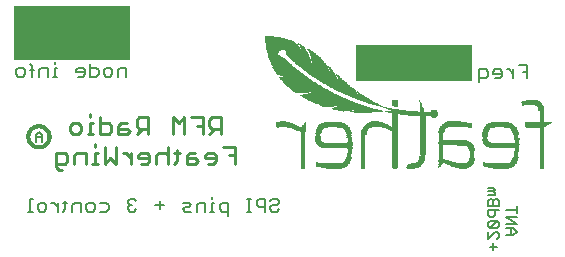
<source format=gbr>
G04 EAGLE Gerber RS-274X export*
G75*
%MOMM*%
%FSLAX34Y34*%
%LPD*%
%INSilkscreen Bottom*%
%IPPOS*%
%AMOC8*
5,1,8,0,0,1.08239X$1,22.5*%
G01*
%ADD10C,0.228600*%
%ADD11C,0.177800*%
%ADD12R,9.906000X4.572000*%
%ADD13R,9.906000X3.048000*%
%ADD14C,0.152400*%
%ADD15C,0.304800*%
%ADD16C,0.203200*%
%ADD17R,0.914400X0.025400*%
%ADD18R,0.508000X0.025400*%
%ADD19R,0.889000X0.025400*%
%ADD20R,0.406400X0.025400*%
%ADD21R,1.320800X0.025400*%
%ADD22R,0.736600X0.025400*%
%ADD23R,0.660400X0.025400*%
%ADD24R,1.346200X0.025400*%
%ADD25R,1.625600X0.025400*%
%ADD26R,0.939800X0.025400*%
%ADD27R,0.025400X0.025400*%
%ADD28R,0.863600X0.025400*%
%ADD29R,0.431800X0.025400*%
%ADD30R,1.600200X0.025400*%
%ADD31R,1.854200X0.025400*%
%ADD32R,1.066800X0.025400*%
%ADD33R,0.050800X0.025400*%
%ADD34R,1.828800X0.025400*%
%ADD35R,2.032000X0.025400*%
%ADD36R,1.219200X0.025400*%
%ADD37R,0.076200X0.025400*%
%ADD38R,0.990600X0.025400*%
%ADD39R,2.057400X0.025400*%
%ADD40R,2.209800X0.025400*%
%ADD41R,2.362200X0.025400*%
%ADD42R,1.447800X0.025400*%
%ADD43R,0.101600X0.025400*%
%ADD44R,1.092200X0.025400*%
%ADD45R,2.489200X0.025400*%
%ADD46R,1.574800X0.025400*%
%ADD47R,0.127000X0.025400*%
%ADD48R,1.143000X0.025400*%
%ADD49R,2.565400X0.025400*%
%ADD50R,1.676400X0.025400*%
%ADD51R,0.152400X0.025400*%
%ADD52R,1.168400X0.025400*%
%ADD53R,2.590800X0.025400*%
%ADD54R,1.752600X0.025400*%
%ADD55R,0.177800X0.025400*%
%ADD56R,1.193800X0.025400*%
%ADD57R,2.616200X0.025400*%
%ADD58R,0.203200X0.025400*%
%ADD59R,2.641600X0.025400*%
%ADD60R,1.930400X0.025400*%
%ADD61R,0.228600X0.025400*%
%ADD62R,1.244600X0.025400*%
%ADD63R,2.667000X0.025400*%
%ADD64R,0.254000X0.025400*%
%ADD65R,2.692400X0.025400*%
%ADD66R,2.108200X0.025400*%
%ADD67R,0.279400X0.025400*%
%ADD68R,2.717800X0.025400*%
%ADD69R,1.041400X0.025400*%
%ADD70R,2.743200X0.025400*%
%ADD71R,2.260600X0.025400*%
%ADD72R,0.304800X0.025400*%
%ADD73R,0.838200X0.025400*%
%ADD74R,0.685800X0.025400*%
%ADD75R,1.270000X0.025400*%
%ADD76R,0.330200X0.025400*%
%ADD77R,0.609600X0.025400*%
%ADD78R,0.355600X0.025400*%
%ADD79R,0.762000X0.025400*%
%ADD80R,0.635000X0.025400*%
%ADD81R,0.584200X0.025400*%
%ADD82R,0.381000X0.025400*%
%ADD83R,0.533400X0.025400*%
%ADD84R,0.558800X0.025400*%
%ADD85R,0.482600X0.025400*%
%ADD86R,1.117600X0.025400*%
%ADD87R,0.457200X0.025400*%
%ADD88R,0.787400X0.025400*%
%ADD89R,0.711200X0.025400*%
%ADD90R,2.413000X0.025400*%
%ADD91R,2.438400X0.025400*%
%ADD92R,2.540000X0.025400*%
%ADD93R,2.794000X0.025400*%
%ADD94R,2.819400X0.025400*%
%ADD95R,2.844800X0.025400*%
%ADD96R,2.870200X0.025400*%
%ADD97R,1.016000X0.025400*%
%ADD98R,2.895600X0.025400*%
%ADD99R,1.422400X0.025400*%
%ADD100R,2.921000X0.025400*%
%ADD101R,1.803400X0.025400*%
%ADD102R,2.946400X0.025400*%
%ADD103R,2.971800X0.025400*%
%ADD104R,2.997200X0.025400*%
%ADD105R,3.022600X0.025400*%
%ADD106R,2.768600X0.025400*%
%ADD107R,2.514600X0.025400*%
%ADD108R,2.336800X0.025400*%
%ADD109R,0.965200X0.025400*%
%ADD110R,0.812800X0.025400*%
%ADD111R,1.651000X0.025400*%
%ADD112R,1.701800X0.025400*%
%ADD113R,1.727200X0.025400*%
%ADD114R,2.159000X0.025400*%
%ADD115R,1.778000X0.025400*%
%ADD116R,2.082800X0.025400*%
%ADD117R,2.463800X0.025400*%
%ADD118R,2.006600X0.025400*%
%ADD119R,1.905000X0.025400*%
%ADD120R,2.286000X0.025400*%
%ADD121R,1.955800X0.025400*%
%ADD122R,2.235200X0.025400*%
%ADD123R,1.524000X0.025400*%
%ADD124R,1.981200X0.025400*%
%ADD125R,2.184400X0.025400*%
%ADD126R,1.473200X0.025400*%
%ADD127R,1.397000X0.025400*%
%ADD128R,2.387600X0.025400*%
%ADD129R,1.879600X0.025400*%
%ADD130R,1.295400X0.025400*%
%ADD131R,1.549400X0.025400*%
%ADD132R,1.371600X0.025400*%
%ADD133R,3.200400X0.025400*%
%ADD134R,3.378200X0.025400*%
%ADD135R,3.835400X0.025400*%
%ADD136R,3.987800X0.025400*%
%ADD137R,4.089400X0.025400*%
%ADD138R,4.216400X0.025400*%
%ADD139R,2.311400X0.025400*%
%ADD140R,3.225800X0.025400*%
%ADD141R,3.479800X0.025400*%
%ADD142R,3.454400X0.025400*%
%ADD143R,1.498600X0.025400*%
%ADD144R,3.429000X0.025400*%
%ADD145R,3.403600X0.025400*%
%ADD146R,3.352800X0.025400*%
%ADD147R,3.327400X0.025400*%
%ADD148R,3.302000X0.025400*%
%ADD149R,3.276600X0.025400*%
%ADD150R,3.251200X0.025400*%
%ADD151R,3.175000X0.025400*%
%ADD152R,2.133600X0.025400*%


D10*
X228942Y116459D02*
X228942Y130949D01*
X221696Y130949D01*
X219281Y128534D01*
X219281Y123704D01*
X221696Y121289D01*
X228942Y121289D01*
X224112Y121289D02*
X219281Y116459D01*
X213506Y116459D02*
X213506Y130949D01*
X203845Y130949D01*
X208675Y123704D02*
X213506Y123704D01*
X198070Y116459D02*
X198070Y130949D01*
X193239Y126119D01*
X188409Y130949D01*
X188409Y116459D01*
X167197Y116459D02*
X167197Y130949D01*
X159952Y130949D01*
X157537Y128534D01*
X157537Y123704D01*
X159952Y121289D01*
X167197Y121289D01*
X162367Y121289D02*
X157537Y116459D01*
X149346Y126119D02*
X144516Y126119D01*
X142101Y123704D01*
X142101Y116459D01*
X149346Y116459D01*
X151761Y118874D01*
X149346Y121289D01*
X142101Y121289D01*
X126665Y116459D02*
X126665Y130949D01*
X126665Y116459D02*
X133910Y116459D01*
X136325Y118874D01*
X136325Y123704D01*
X133910Y126119D01*
X126665Y126119D01*
X120889Y126119D02*
X118474Y126119D01*
X118474Y116459D01*
X120889Y116459D02*
X116059Y116459D01*
X118474Y130949D02*
X118474Y133364D01*
X108183Y116459D02*
X103353Y116459D01*
X100938Y118874D01*
X100938Y123704D01*
X103353Y126119D01*
X108183Y126119D01*
X110599Y123704D01*
X110599Y118874D01*
X108183Y116459D01*
X240519Y105803D02*
X240519Y91313D01*
X240519Y105803D02*
X230858Y105803D01*
X235689Y98558D02*
X240519Y98558D01*
X222668Y91313D02*
X217837Y91313D01*
X222668Y91313D02*
X225083Y93728D01*
X225083Y98558D01*
X222668Y100973D01*
X217837Y100973D01*
X215422Y98558D01*
X215422Y96143D01*
X225083Y96143D01*
X207232Y100973D02*
X202401Y100973D01*
X199986Y98558D01*
X199986Y91313D01*
X207232Y91313D01*
X209647Y93728D01*
X207232Y96143D01*
X199986Y96143D01*
X191795Y93728D02*
X191795Y103388D01*
X191795Y93728D02*
X189380Y91313D01*
X189380Y100973D02*
X194211Y100973D01*
X183920Y105803D02*
X183920Y91313D01*
X183920Y98558D02*
X181505Y100973D01*
X176675Y100973D01*
X174260Y98558D01*
X174260Y91313D01*
X166069Y91313D02*
X161239Y91313D01*
X166069Y91313D02*
X168484Y93728D01*
X168484Y98558D01*
X166069Y100973D01*
X161239Y100973D01*
X158824Y98558D01*
X158824Y96143D01*
X168484Y96143D01*
X153048Y91313D02*
X153048Y100973D01*
X153048Y96143D02*
X148218Y100973D01*
X145803Y100973D01*
X140184Y105803D02*
X140184Y91313D01*
X135354Y96143D01*
X130524Y91313D01*
X130524Y105803D01*
X124748Y100973D02*
X122333Y100973D01*
X122333Y91313D01*
X124748Y91313D02*
X119918Y91313D01*
X122333Y105803D02*
X122333Y108218D01*
X114458Y100973D02*
X114458Y91313D01*
X114458Y100973D02*
X107212Y100973D01*
X104797Y98558D01*
X104797Y91313D01*
X94191Y86483D02*
X91776Y86483D01*
X89361Y88898D01*
X89361Y100973D01*
X96606Y100973D01*
X99022Y98558D01*
X99022Y93728D01*
X96606Y91313D01*
X89361Y91313D01*
D11*
X270808Y60163D02*
X272630Y61985D01*
X276274Y61985D01*
X278095Y60163D01*
X278095Y58342D01*
X276274Y56520D01*
X272630Y56520D01*
X270808Y54698D01*
X270808Y52876D01*
X272630Y51054D01*
X276274Y51054D01*
X278095Y52876D01*
X266401Y51054D02*
X266401Y61985D01*
X260936Y61985D01*
X259114Y60163D01*
X259114Y56520D01*
X260936Y54698D01*
X266401Y54698D01*
X254708Y51054D02*
X251064Y51054D01*
X252886Y51054D02*
X252886Y61985D01*
X254708Y61985D02*
X251064Y61985D01*
X235218Y58342D02*
X235218Y47410D01*
X235218Y58342D02*
X229752Y58342D01*
X227930Y56520D01*
X227930Y52876D01*
X229752Y51054D01*
X235218Y51054D01*
X223524Y58342D02*
X221702Y58342D01*
X221702Y51054D01*
X223524Y51054D02*
X219880Y51054D01*
X221702Y61985D02*
X221702Y63807D01*
X215728Y58342D02*
X215728Y51054D01*
X215728Y58342D02*
X210262Y58342D01*
X208440Y56520D01*
X208440Y51054D01*
X204034Y51054D02*
X198568Y51054D01*
X196746Y52876D01*
X198568Y54698D01*
X202212Y54698D01*
X204034Y56520D01*
X202212Y58342D01*
X196746Y58342D01*
X180646Y56520D02*
X173358Y56520D01*
X177002Y60163D02*
X177002Y52876D01*
X157258Y60163D02*
X155436Y61985D01*
X151792Y61985D01*
X149970Y60163D01*
X149970Y58342D01*
X151792Y56520D01*
X153614Y56520D01*
X151792Y56520D02*
X149970Y54698D01*
X149970Y52876D01*
X151792Y51054D01*
X155436Y51054D01*
X157258Y52876D01*
X132048Y58342D02*
X126582Y58342D01*
X132048Y58342D02*
X133870Y56520D01*
X133870Y52876D01*
X132048Y51054D01*
X126582Y51054D01*
X120354Y51054D02*
X116710Y51054D01*
X114888Y52876D01*
X114888Y56520D01*
X116710Y58342D01*
X120354Y58342D01*
X122176Y56520D01*
X122176Y52876D01*
X120354Y51054D01*
X110482Y51054D02*
X110482Y58342D01*
X105016Y58342D01*
X103194Y56520D01*
X103194Y51054D01*
X96966Y52876D02*
X96966Y60163D01*
X96966Y52876D02*
X95144Y51054D01*
X95144Y58342D02*
X98788Y58342D01*
X90992Y58342D02*
X90992Y51054D01*
X90992Y54698D02*
X87348Y58342D01*
X85526Y58342D01*
X79425Y51054D02*
X75781Y51054D01*
X73959Y52876D01*
X73959Y56520D01*
X75781Y58342D01*
X79425Y58342D01*
X81247Y56520D01*
X81247Y52876D01*
X79425Y51054D01*
X69553Y61985D02*
X67731Y61985D01*
X67731Y51054D01*
X69553Y51054D02*
X65909Y51054D01*
D12*
X102870Y201930D03*
D11*
X488250Y175015D02*
X488250Y164084D01*
X488250Y175015D02*
X480962Y175015D01*
X484606Y169550D02*
X488250Y169550D01*
X476556Y171372D02*
X476556Y164084D01*
X476556Y167728D02*
X472912Y171372D01*
X471090Y171372D01*
X464989Y164084D02*
X461345Y164084D01*
X464989Y164084D02*
X466811Y165906D01*
X466811Y169550D01*
X464989Y171372D01*
X461345Y171372D01*
X459523Y169550D01*
X459523Y167728D01*
X466811Y167728D01*
X447829Y171372D02*
X447829Y160440D01*
X447829Y171372D02*
X453295Y171372D01*
X455117Y169550D01*
X455117Y165906D01*
X453295Y164084D01*
X447829Y164084D01*
D13*
X392430Y176530D03*
D11*
X148801Y172642D02*
X148801Y165354D01*
X148801Y172642D02*
X143335Y172642D01*
X141513Y170820D01*
X141513Y165354D01*
X135285Y165354D02*
X131641Y165354D01*
X129819Y167176D01*
X129819Y170820D01*
X131641Y172642D01*
X135285Y172642D01*
X137107Y170820D01*
X137107Y167176D01*
X135285Y165354D01*
X118126Y165354D02*
X118126Y176285D01*
X118126Y165354D02*
X123591Y165354D01*
X125413Y167176D01*
X125413Y170820D01*
X123591Y172642D01*
X118126Y172642D01*
X111897Y165354D02*
X108253Y165354D01*
X111897Y165354D02*
X113719Y167176D01*
X113719Y170820D01*
X111897Y172642D01*
X108253Y172642D01*
X106432Y170820D01*
X106432Y168998D01*
X113719Y168998D01*
X90331Y172642D02*
X88509Y172642D01*
X88509Y165354D01*
X90331Y165354D02*
X86687Y165354D01*
X88509Y176285D02*
X88509Y178107D01*
X82535Y172642D02*
X82535Y165354D01*
X82535Y172642D02*
X77070Y172642D01*
X75248Y170820D01*
X75248Y165354D01*
X69019Y165354D02*
X69019Y174463D01*
X67197Y176285D01*
X67197Y170820D02*
X70841Y170820D01*
X61223Y165354D02*
X57580Y165354D01*
X55758Y167176D01*
X55758Y170820D01*
X57580Y172642D01*
X61223Y172642D01*
X63045Y170820D01*
X63045Y167176D01*
X61223Y165354D01*
D14*
X459744Y24304D02*
X459744Y18542D01*
X462625Y21423D02*
X456863Y21423D01*
X455422Y27897D02*
X455422Y33659D01*
X455422Y27897D02*
X461184Y33659D01*
X462625Y33659D01*
X464065Y32219D01*
X464065Y29338D01*
X462625Y27897D01*
X462625Y37252D02*
X456863Y37252D01*
X462625Y37252D02*
X464065Y38693D01*
X464065Y41574D01*
X462625Y43015D01*
X456863Y43015D01*
X455422Y41574D01*
X455422Y38693D01*
X456863Y37252D01*
X462625Y43015D01*
X464065Y52370D02*
X455422Y52370D01*
X455422Y48048D01*
X456863Y46608D01*
X459744Y46608D01*
X461184Y48048D01*
X461184Y52370D01*
X464065Y55963D02*
X455422Y55963D01*
X464065Y55963D02*
X464065Y60284D01*
X462625Y61725D01*
X461184Y61725D01*
X459744Y60284D01*
X458303Y61725D01*
X456863Y61725D01*
X455422Y60284D01*
X455422Y55963D01*
X459744Y55963D02*
X459744Y60284D01*
X461184Y65318D02*
X455422Y65318D01*
X461184Y65318D02*
X461184Y66759D01*
X459744Y68199D01*
X455422Y68199D01*
X459744Y68199D02*
X461184Y69640D01*
X459744Y71080D01*
X455422Y71080D01*
X470662Y31116D02*
X476424Y31116D01*
X479305Y33998D01*
X476424Y36879D01*
X470662Y36879D01*
X474984Y36879D02*
X474984Y31116D01*
X479305Y40472D02*
X470662Y40472D01*
X470662Y46234D02*
X479305Y40472D01*
X479305Y46234D02*
X470662Y46234D01*
X470662Y52708D02*
X479305Y52708D01*
X479305Y49827D02*
X479305Y55589D01*
D15*
X65950Y114300D02*
X65953Y114520D01*
X65961Y114741D01*
X65974Y114961D01*
X65993Y115180D01*
X66018Y115399D01*
X66047Y115618D01*
X66082Y115835D01*
X66123Y116052D01*
X66168Y116268D01*
X66219Y116482D01*
X66275Y116695D01*
X66337Y116907D01*
X66403Y117117D01*
X66475Y117325D01*
X66552Y117532D01*
X66634Y117736D01*
X66720Y117939D01*
X66812Y118139D01*
X66909Y118338D01*
X67010Y118533D01*
X67117Y118726D01*
X67228Y118917D01*
X67343Y119104D01*
X67463Y119289D01*
X67588Y119471D01*
X67717Y119649D01*
X67851Y119825D01*
X67988Y119997D01*
X68130Y120165D01*
X68276Y120331D01*
X68426Y120492D01*
X68580Y120650D01*
X68738Y120804D01*
X68899Y120954D01*
X69065Y121100D01*
X69233Y121242D01*
X69405Y121379D01*
X69581Y121513D01*
X69759Y121642D01*
X69941Y121767D01*
X70126Y121887D01*
X70313Y122002D01*
X70504Y122113D01*
X70697Y122220D01*
X70892Y122321D01*
X71091Y122418D01*
X71291Y122510D01*
X71494Y122596D01*
X71698Y122678D01*
X71905Y122755D01*
X72113Y122827D01*
X72323Y122893D01*
X72535Y122955D01*
X72748Y123011D01*
X72962Y123062D01*
X73178Y123107D01*
X73395Y123148D01*
X73612Y123183D01*
X73831Y123212D01*
X74050Y123237D01*
X74269Y123256D01*
X74489Y123269D01*
X74710Y123277D01*
X74930Y123280D01*
X75150Y123277D01*
X75371Y123269D01*
X75591Y123256D01*
X75810Y123237D01*
X76029Y123212D01*
X76248Y123183D01*
X76465Y123148D01*
X76682Y123107D01*
X76898Y123062D01*
X77112Y123011D01*
X77325Y122955D01*
X77537Y122893D01*
X77747Y122827D01*
X77955Y122755D01*
X78162Y122678D01*
X78366Y122596D01*
X78569Y122510D01*
X78769Y122418D01*
X78968Y122321D01*
X79163Y122220D01*
X79356Y122113D01*
X79547Y122002D01*
X79734Y121887D01*
X79919Y121767D01*
X80101Y121642D01*
X80279Y121513D01*
X80455Y121379D01*
X80627Y121242D01*
X80795Y121100D01*
X80961Y120954D01*
X81122Y120804D01*
X81280Y120650D01*
X81434Y120492D01*
X81584Y120331D01*
X81730Y120165D01*
X81872Y119997D01*
X82009Y119825D01*
X82143Y119649D01*
X82272Y119471D01*
X82397Y119289D01*
X82517Y119104D01*
X82632Y118917D01*
X82743Y118726D01*
X82850Y118533D01*
X82951Y118338D01*
X83048Y118139D01*
X83140Y117939D01*
X83226Y117736D01*
X83308Y117532D01*
X83385Y117325D01*
X83457Y117117D01*
X83523Y116907D01*
X83585Y116695D01*
X83641Y116482D01*
X83692Y116268D01*
X83737Y116052D01*
X83778Y115835D01*
X83813Y115618D01*
X83842Y115399D01*
X83867Y115180D01*
X83886Y114961D01*
X83899Y114741D01*
X83907Y114520D01*
X83910Y114300D01*
X83907Y114080D01*
X83899Y113859D01*
X83886Y113639D01*
X83867Y113420D01*
X83842Y113201D01*
X83813Y112982D01*
X83778Y112765D01*
X83737Y112548D01*
X83692Y112332D01*
X83641Y112118D01*
X83585Y111905D01*
X83523Y111693D01*
X83457Y111483D01*
X83385Y111275D01*
X83308Y111068D01*
X83226Y110864D01*
X83140Y110661D01*
X83048Y110461D01*
X82951Y110262D01*
X82850Y110067D01*
X82743Y109874D01*
X82632Y109683D01*
X82517Y109496D01*
X82397Y109311D01*
X82272Y109129D01*
X82143Y108951D01*
X82009Y108775D01*
X81872Y108603D01*
X81730Y108435D01*
X81584Y108269D01*
X81434Y108108D01*
X81280Y107950D01*
X81122Y107796D01*
X80961Y107646D01*
X80795Y107500D01*
X80627Y107358D01*
X80455Y107221D01*
X80279Y107087D01*
X80101Y106958D01*
X79919Y106833D01*
X79734Y106713D01*
X79547Y106598D01*
X79356Y106487D01*
X79163Y106380D01*
X78968Y106279D01*
X78769Y106182D01*
X78569Y106090D01*
X78366Y106004D01*
X78162Y105922D01*
X77955Y105845D01*
X77747Y105773D01*
X77537Y105707D01*
X77325Y105645D01*
X77112Y105589D01*
X76898Y105538D01*
X76682Y105493D01*
X76465Y105452D01*
X76248Y105417D01*
X76029Y105388D01*
X75810Y105363D01*
X75591Y105344D01*
X75371Y105331D01*
X75150Y105323D01*
X74930Y105320D01*
X74710Y105323D01*
X74489Y105331D01*
X74269Y105344D01*
X74050Y105363D01*
X73831Y105388D01*
X73612Y105417D01*
X73395Y105452D01*
X73178Y105493D01*
X72962Y105538D01*
X72748Y105589D01*
X72535Y105645D01*
X72323Y105707D01*
X72113Y105773D01*
X71905Y105845D01*
X71698Y105922D01*
X71494Y106004D01*
X71291Y106090D01*
X71091Y106182D01*
X70892Y106279D01*
X70697Y106380D01*
X70504Y106487D01*
X70313Y106598D01*
X70126Y106713D01*
X69941Y106833D01*
X69759Y106958D01*
X69581Y107087D01*
X69405Y107221D01*
X69233Y107358D01*
X69065Y107500D01*
X68899Y107646D01*
X68738Y107796D01*
X68580Y107950D01*
X68426Y108108D01*
X68276Y108269D01*
X68130Y108435D01*
X67988Y108603D01*
X67851Y108775D01*
X67717Y108951D01*
X67588Y109129D01*
X67463Y109311D01*
X67343Y109496D01*
X67228Y109683D01*
X67117Y109874D01*
X67010Y110067D01*
X66909Y110262D01*
X66812Y110461D01*
X66720Y110661D01*
X66634Y110864D01*
X66552Y111068D01*
X66475Y111275D01*
X66403Y111483D01*
X66337Y111693D01*
X66275Y111905D01*
X66219Y112118D01*
X66168Y112332D01*
X66123Y112548D01*
X66082Y112765D01*
X66047Y112982D01*
X66018Y113201D01*
X65993Y113420D01*
X65974Y113639D01*
X65961Y113859D01*
X65953Y114080D01*
X65950Y114300D01*
D16*
X77470Y115659D02*
X77470Y110236D01*
X77470Y115659D02*
X74758Y118371D01*
X72047Y115659D01*
X72047Y110236D01*
X72047Y114303D02*
X77470Y114303D01*
D17*
X466979Y87122D03*
D18*
X433959Y87122D03*
D19*
X325628Y87122D03*
D20*
X500507Y87376D03*
D21*
X466217Y87376D03*
D22*
X433832Y87376D03*
D23*
X390017Y87376D03*
D20*
X376555Y87376D03*
X349631Y87376D03*
D24*
X324866Y87376D03*
D20*
X298831Y87376D03*
X500507Y87630D03*
D25*
X465709Y87630D03*
D26*
X433578Y87630D03*
D27*
X413512Y87630D03*
D28*
X390779Y87630D03*
D29*
X376428Y87630D03*
D20*
X349631Y87630D03*
D30*
X324358Y87630D03*
D20*
X298831Y87630D03*
X500507Y87884D03*
D31*
X465328Y87884D03*
D32*
X433451Y87884D03*
D33*
X413639Y87884D03*
D26*
X391160Y87884D03*
D29*
X376428Y87884D03*
D20*
X349631Y87884D03*
D34*
X323977Y87884D03*
D20*
X298831Y87884D03*
X500507Y88138D03*
D35*
X464947Y88138D03*
D36*
X433197Y88138D03*
D37*
X413766Y88138D03*
D38*
X391414Y88138D03*
D29*
X376428Y88138D03*
D20*
X349631Y88138D03*
D39*
X323596Y88138D03*
D20*
X298831Y88138D03*
X500507Y88392D03*
D40*
X464566Y88392D03*
D24*
X433070Y88392D03*
D37*
X413766Y88392D03*
D32*
X391795Y88392D03*
D29*
X376428Y88392D03*
D20*
X349631Y88392D03*
D40*
X323342Y88392D03*
D20*
X298831Y88392D03*
X500507Y88646D03*
D41*
X464312Y88646D03*
D42*
X432816Y88646D03*
D43*
X413893Y88646D03*
D44*
X391922Y88646D03*
D29*
X376428Y88646D03*
D20*
X349631Y88646D03*
D41*
X323088Y88646D03*
D20*
X298831Y88646D03*
X500507Y88900D03*
D45*
X464185Y88900D03*
D46*
X432689Y88900D03*
D47*
X414020Y88900D03*
D48*
X392176Y88900D03*
D29*
X376428Y88900D03*
D20*
X349631Y88900D03*
D45*
X322707Y88900D03*
D20*
X298831Y88900D03*
X500507Y89154D03*
D49*
X464058Y89154D03*
D50*
X432435Y89154D03*
D51*
X414147Y89154D03*
D52*
X392303Y89154D03*
D29*
X376428Y89154D03*
D20*
X349631Y89154D03*
D49*
X322580Y89154D03*
D20*
X298831Y89154D03*
X500507Y89408D03*
D53*
X464185Y89408D03*
D54*
X432308Y89408D03*
D55*
X414274Y89408D03*
D56*
X392430Y89408D03*
D29*
X376428Y89408D03*
D20*
X349631Y89408D03*
D57*
X322834Y89408D03*
D20*
X298831Y89408D03*
X500507Y89662D03*
D57*
X464312Y89662D03*
D31*
X432054Y89662D03*
D58*
X414401Y89662D03*
D36*
X392557Y89662D03*
D29*
X376428Y89662D03*
D20*
X349631Y89662D03*
D59*
X322961Y89662D03*
D20*
X298831Y89662D03*
X500507Y89916D03*
D59*
X464439Y89916D03*
D60*
X431927Y89916D03*
D61*
X414528Y89916D03*
D62*
X392684Y89916D03*
D29*
X376428Y89916D03*
D20*
X349631Y89916D03*
D63*
X323088Y89916D03*
D20*
X298831Y89916D03*
X500507Y90170D03*
D63*
X464566Y90170D03*
D35*
X431673Y90170D03*
D64*
X414655Y90170D03*
D62*
X392938Y90170D03*
D29*
X376428Y90170D03*
D20*
X349631Y90170D03*
D65*
X323215Y90170D03*
D20*
X298831Y90170D03*
X500507Y90424D03*
D65*
X464693Y90424D03*
D66*
X431546Y90424D03*
D67*
X414782Y90424D03*
D52*
X393573Y90424D03*
D29*
X376428Y90424D03*
D20*
X349631Y90424D03*
D65*
X323215Y90424D03*
D20*
X298831Y90424D03*
X500507Y90678D03*
D68*
X464820Y90678D03*
D40*
X431292Y90678D03*
D67*
X414782Y90678D03*
D69*
X394208Y90678D03*
D29*
X376428Y90678D03*
D20*
X349631Y90678D03*
D68*
X323342Y90678D03*
D20*
X298831Y90678D03*
X500507Y90932D03*
D70*
X464947Y90932D03*
D71*
X431038Y90932D03*
D72*
X414909Y90932D03*
D26*
X394970Y90932D03*
D29*
X376428Y90932D03*
D20*
X349631Y90932D03*
D70*
X323469Y90932D03*
D20*
X298831Y90932D03*
X500507Y91186D03*
D73*
X474472Y91186D03*
D48*
X456946Y91186D03*
D74*
X439166Y91186D03*
D75*
X425577Y91186D03*
D76*
X415036Y91186D03*
D28*
X395605Y91186D03*
D29*
X376428Y91186D03*
D20*
X349631Y91186D03*
D73*
X333248Y91186D03*
D52*
X315595Y91186D03*
D20*
X298831Y91186D03*
X500507Y91440D03*
D74*
X475488Y91440D03*
D77*
X454279Y91440D03*
X439547Y91440D03*
D48*
X424434Y91440D03*
D78*
X415163Y91440D03*
D79*
X396113Y91440D03*
D29*
X376428Y91440D03*
D20*
X349631Y91440D03*
D74*
X334010Y91440D03*
D77*
X312801Y91440D03*
D20*
X298831Y91440D03*
X500507Y91694D03*
D80*
X475996Y91694D03*
D72*
X452755Y91694D03*
D81*
X439928Y91694D03*
D32*
X423545Y91694D03*
D82*
X415290Y91694D03*
D23*
X396875Y91694D03*
D29*
X376428Y91694D03*
D20*
X349631Y91694D03*
D80*
X334518Y91694D03*
D76*
X311404Y91694D03*
D20*
X298831Y91694D03*
X500507Y91948D03*
D81*
X476250Y91948D03*
D43*
X451739Y91948D03*
D83*
X440182Y91948D03*
D38*
X422656Y91948D03*
D20*
X415417Y91948D03*
D77*
X397129Y91948D03*
D29*
X376428Y91948D03*
D20*
X349631Y91948D03*
D81*
X334772Y91948D03*
D43*
X310261Y91948D03*
D20*
X298831Y91948D03*
X500507Y92202D03*
D84*
X476631Y92202D03*
D18*
X440563Y92202D03*
D21*
X419989Y92202D03*
D81*
X397510Y92202D03*
D29*
X376428Y92202D03*
D20*
X349631Y92202D03*
D84*
X335153Y92202D03*
D20*
X298831Y92202D03*
X500507Y92456D03*
D83*
X476758Y92456D03*
D85*
X440690Y92456D03*
D36*
X419481Y92456D03*
D83*
X397764Y92456D03*
D29*
X376428Y92456D03*
D20*
X349631Y92456D03*
D18*
X335407Y92456D03*
D20*
X298831Y92456D03*
X500507Y92710D03*
D83*
X477012Y92710D03*
D85*
X440944Y92710D03*
D86*
X418973Y92710D03*
D83*
X398018Y92710D03*
D29*
X376428Y92710D03*
D20*
X349631Y92710D03*
D18*
X335661Y92710D03*
D20*
X298831Y92710D03*
X500507Y92964D03*
D18*
X477139Y92964D03*
D85*
X440944Y92964D03*
D69*
X418592Y92964D03*
D18*
X398145Y92964D03*
D29*
X376428Y92964D03*
D20*
X349631Y92964D03*
D85*
X335788Y92964D03*
D20*
X298831Y92964D03*
X500507Y93218D03*
D85*
X477266Y93218D03*
D87*
X441071Y93218D03*
D26*
X418084Y93218D03*
D85*
X398272Y93218D03*
D29*
X376428Y93218D03*
D20*
X349631Y93218D03*
D85*
X336042Y93218D03*
D20*
X298831Y93218D03*
X500507Y93472D03*
D85*
X477520Y93472D03*
D87*
X441325Y93472D03*
D28*
X417703Y93472D03*
D85*
X398526Y93472D03*
D29*
X376428Y93472D03*
D20*
X349631Y93472D03*
D87*
X336169Y93472D03*
D20*
X298831Y93472D03*
X500507Y93726D03*
D87*
X477647Y93726D03*
X441325Y93726D03*
D88*
X417322Y93726D03*
D87*
X398653Y93726D03*
D29*
X376428Y93726D03*
D20*
X349631Y93726D03*
D87*
X336169Y93726D03*
D20*
X298831Y93726D03*
X500507Y93980D03*
D29*
X477774Y93980D03*
X441452Y93980D03*
D89*
X416941Y93980D03*
D87*
X398653Y93980D03*
D29*
X376428Y93980D03*
D20*
X349631Y93980D03*
D87*
X336423Y93980D03*
D20*
X298831Y93980D03*
X500507Y94234D03*
D87*
X477901Y94234D03*
D29*
X441452Y94234D03*
D80*
X416560Y94234D03*
D87*
X398907Y94234D03*
D29*
X376428Y94234D03*
D20*
X349631Y94234D03*
D29*
X336550Y94234D03*
D20*
X298831Y94234D03*
X500507Y94488D03*
D29*
X478028Y94488D03*
X441706Y94488D03*
D84*
X416179Y94488D03*
D87*
X398907Y94488D03*
D29*
X376428Y94488D03*
D20*
X349631Y94488D03*
D29*
X336550Y94488D03*
D20*
X298831Y94488D03*
X500507Y94742D03*
D29*
X478028Y94742D03*
X441706Y94742D03*
D85*
X415798Y94742D03*
D29*
X399034Y94742D03*
X376428Y94742D03*
D20*
X349631Y94742D03*
D29*
X336804Y94742D03*
D20*
X298831Y94742D03*
X500507Y94996D03*
D29*
X478282Y94996D03*
X441706Y94996D03*
D20*
X415417Y94996D03*
D29*
X399034Y94996D03*
X376428Y94996D03*
D20*
X349631Y94996D03*
D29*
X336804Y94996D03*
D20*
X298831Y94996D03*
X500507Y95250D03*
D29*
X478282Y95250D03*
X441706Y95250D03*
D20*
X415417Y95250D03*
D87*
X399161Y95250D03*
D29*
X376428Y95250D03*
D20*
X349631Y95250D03*
X336931Y95250D03*
X298831Y95250D03*
X500507Y95504D03*
X478409Y95504D03*
X441833Y95504D03*
X415417Y95504D03*
D29*
X399288Y95504D03*
X376428Y95504D03*
D20*
X349631Y95504D03*
D29*
X337058Y95504D03*
D20*
X298831Y95504D03*
X500507Y95758D03*
X478409Y95758D03*
X441833Y95758D03*
X415417Y95758D03*
D29*
X399288Y95758D03*
X376428Y95758D03*
D20*
X349631Y95758D03*
D29*
X337058Y95758D03*
D20*
X298831Y95758D03*
X500507Y96012D03*
D29*
X478536Y96012D03*
D20*
X441833Y96012D03*
X415417Y96012D03*
D29*
X399288Y96012D03*
X376428Y96012D03*
D20*
X349631Y96012D03*
X337185Y96012D03*
X298831Y96012D03*
X500507Y96266D03*
X478663Y96266D03*
X441833Y96266D03*
X415417Y96266D03*
X399415Y96266D03*
D29*
X376428Y96266D03*
D20*
X349631Y96266D03*
X337185Y96266D03*
X298831Y96266D03*
X500507Y96520D03*
X478663Y96520D03*
X441833Y96520D03*
X415417Y96520D03*
X399415Y96520D03*
D29*
X376428Y96520D03*
D20*
X349631Y96520D03*
X337185Y96520D03*
X298831Y96520D03*
X500507Y96774D03*
X478663Y96774D03*
X441833Y96774D03*
X415417Y96774D03*
D29*
X399542Y96774D03*
X376428Y96774D03*
D20*
X349631Y96774D03*
D29*
X337312Y96774D03*
D20*
X298831Y96774D03*
X500507Y97028D03*
X478663Y97028D03*
X441833Y97028D03*
X415417Y97028D03*
D29*
X399542Y97028D03*
X376428Y97028D03*
D20*
X349631Y97028D03*
X337439Y97028D03*
X298831Y97028D03*
X500507Y97282D03*
X478917Y97282D03*
X441833Y97282D03*
X415417Y97282D03*
D29*
X399542Y97282D03*
X376428Y97282D03*
D20*
X349631Y97282D03*
X337439Y97282D03*
X298831Y97282D03*
X500507Y97536D03*
X478917Y97536D03*
X441833Y97536D03*
X415417Y97536D03*
D29*
X399542Y97536D03*
X376428Y97536D03*
D20*
X349631Y97536D03*
X337439Y97536D03*
X298831Y97536D03*
X500507Y97790D03*
X478917Y97790D03*
X441833Y97790D03*
X415417Y97790D03*
X399669Y97790D03*
D29*
X376428Y97790D03*
D20*
X349631Y97790D03*
X337439Y97790D03*
X298831Y97790D03*
X500507Y98044D03*
X478917Y98044D03*
X441833Y98044D03*
X415417Y98044D03*
X399669Y98044D03*
D29*
X376428Y98044D03*
D20*
X349631Y98044D03*
X337693Y98044D03*
X298831Y98044D03*
X500507Y98298D03*
X478917Y98298D03*
X441833Y98298D03*
X415417Y98298D03*
X399669Y98298D03*
D29*
X376428Y98298D03*
D20*
X349631Y98298D03*
X337693Y98298D03*
X298831Y98298D03*
X500507Y98552D03*
X478917Y98552D03*
X441833Y98552D03*
X415417Y98552D03*
X399669Y98552D03*
D29*
X376428Y98552D03*
D20*
X349631Y98552D03*
X337693Y98552D03*
X298831Y98552D03*
X500507Y98806D03*
X479171Y98806D03*
X441833Y98806D03*
X415417Y98806D03*
X399669Y98806D03*
D29*
X376428Y98806D03*
D20*
X349631Y98806D03*
X337693Y98806D03*
X298831Y98806D03*
X500507Y99060D03*
X479171Y99060D03*
X441833Y99060D03*
X415417Y99060D03*
D29*
X399796Y99060D03*
X376428Y99060D03*
D20*
X349631Y99060D03*
X337693Y99060D03*
X298831Y99060D03*
X500507Y99314D03*
X479171Y99314D03*
X441833Y99314D03*
X415417Y99314D03*
D29*
X399796Y99314D03*
X376428Y99314D03*
D20*
X349631Y99314D03*
X337693Y99314D03*
X298831Y99314D03*
X500507Y99568D03*
X479171Y99568D03*
X441833Y99568D03*
X415417Y99568D03*
D29*
X399796Y99568D03*
X376428Y99568D03*
D20*
X349631Y99568D03*
X337693Y99568D03*
X298831Y99568D03*
X500507Y99822D03*
X479171Y99822D03*
X441833Y99822D03*
X415417Y99822D03*
D29*
X399796Y99822D03*
X376428Y99822D03*
D20*
X349631Y99822D03*
X337693Y99822D03*
X298831Y99822D03*
X500507Y100076D03*
X479171Y100076D03*
X441833Y100076D03*
X415417Y100076D03*
D29*
X399796Y100076D03*
X376428Y100076D03*
D20*
X349631Y100076D03*
X337947Y100076D03*
X298831Y100076D03*
X500507Y100330D03*
X479171Y100330D03*
X441833Y100330D03*
X415417Y100330D03*
D29*
X399796Y100330D03*
X376428Y100330D03*
D20*
X349631Y100330D03*
X337947Y100330D03*
X298831Y100330D03*
X500507Y100584D03*
X479171Y100584D03*
X441833Y100584D03*
X415417Y100584D03*
D29*
X399796Y100584D03*
X376428Y100584D03*
D20*
X349631Y100584D03*
X337947Y100584D03*
X298831Y100584D03*
X500507Y100838D03*
X479171Y100838D03*
X441833Y100838D03*
X415417Y100838D03*
D29*
X399796Y100838D03*
X376428Y100838D03*
D20*
X349631Y100838D03*
X337947Y100838D03*
X298831Y100838D03*
X500507Y101092D03*
X479171Y101092D03*
X441833Y101092D03*
X415417Y101092D03*
D29*
X399796Y101092D03*
X376428Y101092D03*
D20*
X349631Y101092D03*
X337947Y101092D03*
X298831Y101092D03*
X500507Y101346D03*
X479425Y101346D03*
X441833Y101346D03*
X415417Y101346D03*
D29*
X399796Y101346D03*
X376428Y101346D03*
D20*
X349631Y101346D03*
X337947Y101346D03*
X298831Y101346D03*
X500507Y101600D03*
X479425Y101600D03*
X441833Y101600D03*
X415417Y101600D03*
D29*
X399796Y101600D03*
X376428Y101600D03*
D20*
X349631Y101600D03*
X337947Y101600D03*
X298831Y101600D03*
X500507Y101854D03*
X479425Y101854D03*
X441833Y101854D03*
X415417Y101854D03*
D29*
X399796Y101854D03*
X376428Y101854D03*
D20*
X349631Y101854D03*
X337947Y101854D03*
X298831Y101854D03*
X500507Y102108D03*
X479425Y102108D03*
D29*
X441706Y102108D03*
D20*
X415417Y102108D03*
D29*
X399796Y102108D03*
X376428Y102108D03*
D20*
X349631Y102108D03*
X337947Y102108D03*
X298831Y102108D03*
X500507Y102362D03*
X479425Y102362D03*
D29*
X441706Y102362D03*
D20*
X415417Y102362D03*
D29*
X399796Y102362D03*
X376428Y102362D03*
D20*
X349631Y102362D03*
X337947Y102362D03*
X298831Y102362D03*
X500507Y102616D03*
X479425Y102616D03*
D29*
X441706Y102616D03*
D20*
X415417Y102616D03*
D29*
X399796Y102616D03*
X376428Y102616D03*
D20*
X349631Y102616D03*
X337947Y102616D03*
X298831Y102616D03*
X500507Y102870D03*
X479425Y102870D03*
D29*
X441706Y102870D03*
D20*
X415417Y102870D03*
D29*
X399796Y102870D03*
X376428Y102870D03*
D20*
X349631Y102870D03*
X337947Y102870D03*
X298831Y102870D03*
X500507Y103124D03*
X479425Y103124D03*
D87*
X441579Y103124D03*
D20*
X415417Y103124D03*
D29*
X399796Y103124D03*
X376428Y103124D03*
D20*
X349631Y103124D03*
X337947Y103124D03*
X298831Y103124D03*
X500507Y103378D03*
X479425Y103378D03*
D29*
X441452Y103378D03*
D20*
X415417Y103378D03*
D29*
X399796Y103378D03*
X376428Y103378D03*
D20*
X349631Y103378D03*
X337947Y103378D03*
X298831Y103378D03*
X500507Y103632D03*
X479425Y103632D03*
D29*
X441452Y103632D03*
D20*
X415417Y103632D03*
D29*
X399796Y103632D03*
X376428Y103632D03*
D20*
X349631Y103632D03*
X337947Y103632D03*
X298831Y103632D03*
X500507Y103886D03*
X479425Y103886D03*
D87*
X441325Y103886D03*
D20*
X415417Y103886D03*
D29*
X399796Y103886D03*
X376428Y103886D03*
D20*
X349631Y103886D03*
X337947Y103886D03*
X298831Y103886D03*
X500507Y104140D03*
X479425Y104140D03*
D85*
X441198Y104140D03*
D20*
X415417Y104140D03*
D29*
X399796Y104140D03*
X376428Y104140D03*
D20*
X349631Y104140D03*
X337947Y104140D03*
X298831Y104140D03*
X500507Y104394D03*
X479425Y104394D03*
D87*
X441071Y104394D03*
D20*
X415417Y104394D03*
D29*
X399796Y104394D03*
X376428Y104394D03*
D20*
X349631Y104394D03*
D29*
X338074Y104394D03*
D20*
X298831Y104394D03*
X500507Y104648D03*
D90*
X469392Y104648D03*
D85*
X440944Y104648D03*
D20*
X415417Y104648D03*
D29*
X399796Y104648D03*
X376428Y104648D03*
D20*
X349631Y104648D03*
D91*
X328041Y104648D03*
D20*
X298831Y104648D03*
X500507Y104902D03*
D92*
X468757Y104902D03*
D18*
X440817Y104902D03*
D20*
X415417Y104902D03*
D29*
X399796Y104902D03*
X376428Y104902D03*
D20*
X349631Y104902D03*
D92*
X327533Y104902D03*
D20*
X298831Y104902D03*
X500507Y105156D03*
D57*
X468376Y105156D03*
D18*
X440563Y105156D03*
D20*
X415417Y105156D03*
D29*
X399796Y105156D03*
X376428Y105156D03*
D20*
X349631Y105156D03*
D59*
X327025Y105156D03*
D20*
X298831Y105156D03*
X500507Y105410D03*
D65*
X467995Y105410D03*
D83*
X440436Y105410D03*
D20*
X415417Y105410D03*
D29*
X399796Y105410D03*
X376428Y105410D03*
D20*
X349631Y105410D03*
D65*
X326771Y105410D03*
D20*
X298831Y105410D03*
X500507Y105664D03*
D70*
X467741Y105664D03*
D81*
X440182Y105664D03*
D20*
X415417Y105664D03*
D29*
X399796Y105664D03*
X376428Y105664D03*
D20*
X349631Y105664D03*
D70*
X326517Y105664D03*
D20*
X298831Y105664D03*
X500507Y105918D03*
D93*
X467487Y105918D03*
D81*
X439928Y105918D03*
D20*
X415417Y105918D03*
D29*
X399796Y105918D03*
X376428Y105918D03*
D20*
X349631Y105918D03*
D93*
X326263Y105918D03*
D20*
X298831Y105918D03*
X500507Y106172D03*
D94*
X467360Y106172D03*
D23*
X439547Y106172D03*
D20*
X415417Y106172D03*
D29*
X399796Y106172D03*
X376428Y106172D03*
D20*
X349631Y106172D03*
D95*
X326009Y106172D03*
D20*
X298831Y106172D03*
X500507Y106426D03*
D95*
X467233Y106426D03*
D22*
X438912Y106426D03*
D20*
X415417Y106426D03*
D29*
X399796Y106426D03*
X376428Y106426D03*
D20*
X349631Y106426D03*
D96*
X325882Y106426D03*
D20*
X298831Y106426D03*
X500507Y106680D03*
D96*
X467106Y106680D03*
D97*
X437261Y106680D03*
D20*
X415417Y106680D03*
D29*
X399796Y106680D03*
X376428Y106680D03*
D20*
X349631Y106680D03*
D98*
X325755Y106680D03*
D20*
X298831Y106680D03*
X500507Y106934D03*
D98*
X466979Y106934D03*
D99*
X435229Y106934D03*
D20*
X415417Y106934D03*
D29*
X399796Y106934D03*
X376428Y106934D03*
D20*
X349631Y106934D03*
D100*
X325628Y106934D03*
D20*
X298831Y106934D03*
X500507Y107188D03*
D100*
X466852Y107188D03*
D101*
X433070Y107188D03*
D20*
X415417Y107188D03*
D29*
X399796Y107188D03*
X376428Y107188D03*
D20*
X349631Y107188D03*
D102*
X325501Y107188D03*
D20*
X298831Y107188D03*
X500507Y107442D03*
D102*
X466725Y107442D03*
D40*
X430784Y107442D03*
D20*
X415417Y107442D03*
D29*
X399796Y107442D03*
X376428Y107442D03*
D20*
X349631Y107442D03*
D103*
X325374Y107442D03*
D20*
X298831Y107442D03*
X500507Y107696D03*
D103*
X466598Y107696D03*
D95*
X427609Y107696D03*
D29*
X399796Y107696D03*
X376428Y107696D03*
D20*
X349631Y107696D03*
D104*
X325247Y107696D03*
D20*
X298831Y107696D03*
X500507Y107950D03*
D104*
X466471Y107950D03*
D94*
X427482Y107950D03*
D29*
X399796Y107950D03*
X376428Y107950D03*
D20*
X349631Y107950D03*
D104*
X325247Y107950D03*
D20*
X298831Y107950D03*
X500507Y108204D03*
D104*
X466471Y108204D03*
D93*
X427355Y108204D03*
D29*
X399796Y108204D03*
X376428Y108204D03*
D20*
X349631Y108204D03*
D105*
X325120Y108204D03*
D20*
X298831Y108204D03*
X500507Y108458D03*
D105*
X466344Y108458D03*
D106*
X427228Y108458D03*
D29*
X399796Y108458D03*
X376428Y108458D03*
D20*
X349631Y108458D03*
D105*
X325120Y108458D03*
D20*
X298831Y108458D03*
X500507Y108712D03*
X479425Y108712D03*
D23*
X454533Y108712D03*
D68*
X426974Y108712D03*
D29*
X399796Y108712D03*
X376428Y108712D03*
D20*
X349631Y108712D03*
D29*
X338074Y108712D03*
D74*
X313182Y108712D03*
D20*
X298831Y108712D03*
X500507Y108966D03*
X479425Y108966D03*
D81*
X454152Y108966D03*
D65*
X426847Y108966D03*
D29*
X399796Y108966D03*
X376428Y108966D03*
D20*
X349631Y108966D03*
D29*
X338074Y108966D03*
D81*
X312674Y108966D03*
D20*
X298831Y108966D03*
X500507Y109220D03*
X479425Y109220D03*
D84*
X453771Y109220D03*
D63*
X426720Y109220D03*
D29*
X399796Y109220D03*
X376428Y109220D03*
D20*
X349631Y109220D03*
D29*
X338074Y109220D03*
D83*
X312420Y109220D03*
D20*
X298831Y109220D03*
X500507Y109474D03*
X479425Y109474D03*
D18*
X453517Y109474D03*
D57*
X426466Y109474D03*
D29*
X399796Y109474D03*
X376428Y109474D03*
D20*
X349631Y109474D03*
X337947Y109474D03*
D18*
X312039Y109474D03*
D20*
X298831Y109474D03*
X500507Y109728D03*
X479425Y109728D03*
D85*
X453390Y109728D03*
D49*
X426212Y109728D03*
D29*
X399796Y109728D03*
X376428Y109728D03*
D20*
X349631Y109728D03*
X337947Y109728D03*
D85*
X311912Y109728D03*
D20*
X298831Y109728D03*
X500507Y109982D03*
X479425Y109982D03*
D85*
X453136Y109982D03*
D107*
X425958Y109982D03*
D29*
X399796Y109982D03*
X376428Y109982D03*
D20*
X349631Y109982D03*
X337947Y109982D03*
D87*
X311785Y109982D03*
D20*
X298831Y109982D03*
X500507Y110236D03*
X479425Y110236D03*
D87*
X453009Y110236D03*
D91*
X425577Y110236D03*
D29*
X399796Y110236D03*
X376428Y110236D03*
D20*
X349631Y110236D03*
X337947Y110236D03*
D87*
X311531Y110236D03*
D20*
X298831Y110236D03*
X500507Y110490D03*
X479425Y110490D03*
D29*
X452882Y110490D03*
D108*
X425069Y110490D03*
D29*
X399796Y110490D03*
X376428Y110490D03*
D20*
X349631Y110490D03*
X337947Y110490D03*
D87*
X311531Y110490D03*
D20*
X298831Y110490D03*
X500507Y110744D03*
X479425Y110744D03*
D29*
X452882Y110744D03*
D20*
X415417Y110744D03*
D29*
X399796Y110744D03*
X376428Y110744D03*
D20*
X349631Y110744D03*
X337947Y110744D03*
D29*
X311404Y110744D03*
D20*
X298831Y110744D03*
X500507Y110998D03*
X479425Y110998D03*
D29*
X452628Y110998D03*
D20*
X415417Y110998D03*
D29*
X399796Y110998D03*
X376428Y110998D03*
D20*
X349631Y110998D03*
X337947Y110998D03*
D29*
X311404Y110998D03*
D20*
X298831Y110998D03*
X500507Y111252D03*
X479425Y111252D03*
D29*
X452628Y111252D03*
D20*
X415417Y111252D03*
D29*
X399796Y111252D03*
X376428Y111252D03*
D20*
X349631Y111252D03*
X337947Y111252D03*
X311277Y111252D03*
X298831Y111252D03*
X500507Y111506D03*
X479425Y111506D03*
D29*
X452628Y111506D03*
D20*
X415417Y111506D03*
D29*
X399796Y111506D03*
X376428Y111506D03*
D20*
X349631Y111506D03*
X337947Y111506D03*
X311277Y111506D03*
X298831Y111506D03*
X500507Y111760D03*
X479425Y111760D03*
D29*
X452628Y111760D03*
D20*
X415417Y111760D03*
D29*
X399796Y111760D03*
X376428Y111760D03*
D20*
X349631Y111760D03*
X337947Y111760D03*
X311277Y111760D03*
X298831Y111760D03*
X500507Y112014D03*
D29*
X479298Y112014D03*
X452628Y112014D03*
D20*
X415417Y112014D03*
D29*
X399796Y112014D03*
X376428Y112014D03*
D20*
X349631Y112014D03*
X337947Y112014D03*
D29*
X311150Y112014D03*
D20*
X298831Y112014D03*
X500507Y112268D03*
D29*
X479298Y112268D03*
D20*
X452501Y112268D03*
X415417Y112268D03*
D29*
X399796Y112268D03*
X376428Y112268D03*
D20*
X349631Y112268D03*
X337947Y112268D03*
D29*
X311150Y112268D03*
D20*
X298831Y112268D03*
X500507Y112522D03*
X479171Y112522D03*
X452501Y112522D03*
X415417Y112522D03*
D29*
X399796Y112522D03*
X376428Y112522D03*
D20*
X349631Y112522D03*
X337947Y112522D03*
D29*
X311150Y112522D03*
D20*
X298831Y112522D03*
X500507Y112776D03*
X479171Y112776D03*
X452501Y112776D03*
X415417Y112776D03*
D29*
X399796Y112776D03*
X376428Y112776D03*
D20*
X349631Y112776D03*
X337947Y112776D03*
D29*
X311150Y112776D03*
D20*
X298831Y112776D03*
X500507Y113030D03*
X479171Y113030D03*
X452501Y113030D03*
X415417Y113030D03*
D29*
X399796Y113030D03*
X376428Y113030D03*
D20*
X349631Y113030D03*
X337947Y113030D03*
D29*
X311150Y113030D03*
D20*
X298831Y113030D03*
X500507Y113284D03*
X479171Y113284D03*
X452501Y113284D03*
X415417Y113284D03*
D29*
X399796Y113284D03*
X376428Y113284D03*
D20*
X349631Y113284D03*
D29*
X337820Y113284D03*
X311150Y113284D03*
D20*
X298831Y113284D03*
X500507Y113538D03*
X479171Y113538D03*
X452501Y113538D03*
X415417Y113538D03*
D29*
X399796Y113538D03*
X376428Y113538D03*
D20*
X349631Y113538D03*
X337693Y113538D03*
D29*
X311150Y113538D03*
D20*
X298831Y113538D03*
X500507Y113792D03*
X479171Y113792D03*
X452501Y113792D03*
X415417Y113792D03*
D29*
X399796Y113792D03*
X376428Y113792D03*
D20*
X349631Y113792D03*
X337693Y113792D03*
D29*
X311150Y113792D03*
D20*
X298831Y113792D03*
X500507Y114046D03*
X479171Y114046D03*
X452501Y114046D03*
X415417Y114046D03*
D29*
X399796Y114046D03*
X376428Y114046D03*
D20*
X349631Y114046D03*
X337693Y114046D03*
D29*
X311150Y114046D03*
D20*
X298831Y114046D03*
X500507Y114300D03*
X479171Y114300D03*
D29*
X452628Y114300D03*
D20*
X415417Y114300D03*
D29*
X399796Y114300D03*
X376428Y114300D03*
D20*
X349631Y114300D03*
X337693Y114300D03*
X311277Y114300D03*
X298831Y114300D03*
X500507Y114554D03*
X479171Y114554D03*
D29*
X452628Y114554D03*
D20*
X415417Y114554D03*
D29*
X399796Y114554D03*
X376428Y114554D03*
D20*
X349631Y114554D03*
X337693Y114554D03*
X311277Y114554D03*
X298831Y114554D03*
X500507Y114808D03*
X478917Y114808D03*
D29*
X452628Y114808D03*
D20*
X415417Y114808D03*
D29*
X399796Y114808D03*
X376428Y114808D03*
D20*
X349631Y114808D03*
X337693Y114808D03*
X311277Y114808D03*
X298831Y114808D03*
X500507Y115062D03*
X478917Y115062D03*
D29*
X452628Y115062D03*
D20*
X415417Y115062D03*
D29*
X399796Y115062D03*
X376428Y115062D03*
D20*
X349631Y115062D03*
X337693Y115062D03*
X311277Y115062D03*
X298831Y115062D03*
X500507Y115316D03*
X478917Y115316D03*
D29*
X452628Y115316D03*
D20*
X415417Y115316D03*
D29*
X399796Y115316D03*
X376428Y115316D03*
D20*
X349631Y115316D03*
D29*
X337566Y115316D03*
D20*
X311277Y115316D03*
X298831Y115316D03*
X500507Y115570D03*
X478917Y115570D03*
D29*
X452628Y115570D03*
D20*
X415417Y115570D03*
D29*
X399796Y115570D03*
X376428Y115570D03*
D20*
X349631Y115570D03*
X337439Y115570D03*
X311277Y115570D03*
X298831Y115570D03*
X500507Y115824D03*
X478917Y115824D03*
X452755Y115824D03*
X415417Y115824D03*
D29*
X399796Y115824D03*
X376428Y115824D03*
X349758Y115824D03*
D20*
X337439Y115824D03*
X311277Y115824D03*
X298831Y115824D03*
X500507Y116078D03*
D29*
X478790Y116078D03*
D20*
X452755Y116078D03*
X415417Y116078D03*
D29*
X399796Y116078D03*
X376428Y116078D03*
X349758Y116078D03*
D20*
X337439Y116078D03*
X311277Y116078D03*
X298831Y116078D03*
X500507Y116332D03*
X478663Y116332D03*
X452755Y116332D03*
X415417Y116332D03*
D29*
X399796Y116332D03*
X376428Y116332D03*
X349758Y116332D03*
D20*
X337439Y116332D03*
D29*
X311404Y116332D03*
D20*
X298831Y116332D03*
X500507Y116586D03*
X478663Y116586D03*
X452755Y116586D03*
X415417Y116586D03*
D29*
X399796Y116586D03*
X376428Y116586D03*
X349758Y116586D03*
X337312Y116586D03*
X311404Y116586D03*
D20*
X298831Y116586D03*
X500507Y116840D03*
X478663Y116840D03*
X452755Y116840D03*
X415417Y116840D03*
D29*
X399796Y116840D03*
X376428Y116840D03*
D20*
X349885Y116840D03*
X337185Y116840D03*
D29*
X311404Y116840D03*
D20*
X298831Y116840D03*
X500507Y117094D03*
D29*
X478536Y117094D03*
X452882Y117094D03*
D20*
X415417Y117094D03*
D29*
X399796Y117094D03*
X376428Y117094D03*
D20*
X349885Y117094D03*
X337185Y117094D03*
X311531Y117094D03*
X298831Y117094D03*
X500507Y117348D03*
D29*
X478536Y117348D03*
X452882Y117348D03*
D20*
X415417Y117348D03*
D29*
X399796Y117348D03*
X376428Y117348D03*
X350012Y117348D03*
X337058Y117348D03*
D20*
X311531Y117348D03*
X298831Y117348D03*
X500507Y117602D03*
X478409Y117602D03*
D29*
X452882Y117602D03*
X415544Y117602D03*
X399796Y117602D03*
X376428Y117602D03*
X350012Y117602D03*
X337058Y117602D03*
D20*
X311531Y117602D03*
X298831Y117602D03*
X500507Y117856D03*
D29*
X478282Y117856D03*
D20*
X453009Y117856D03*
D29*
X415544Y117856D03*
X399796Y117856D03*
X376428Y117856D03*
D20*
X350139Y117856D03*
X336931Y117856D03*
D29*
X311658Y117856D03*
D20*
X298831Y117856D03*
X500507Y118110D03*
D29*
X478282Y118110D03*
X453136Y118110D03*
X415544Y118110D03*
X399796Y118110D03*
X376428Y118110D03*
X350266Y118110D03*
X336804Y118110D03*
X311658Y118110D03*
D87*
X298577Y118110D03*
D20*
X500507Y118364D03*
D29*
X478028Y118364D03*
X453136Y118364D03*
D20*
X415671Y118364D03*
D29*
X399796Y118364D03*
X376428Y118364D03*
X350266Y118364D03*
X336804Y118364D03*
X311658Y118364D03*
D18*
X298323Y118364D03*
D20*
X500507Y118618D03*
D29*
X478028Y118618D03*
X453136Y118618D03*
X415798Y118618D03*
X399796Y118618D03*
D87*
X376301Y118618D03*
X350393Y118618D03*
X336677Y118618D03*
D29*
X311912Y118618D03*
D84*
X298069Y118618D03*
D20*
X500507Y118872D03*
D87*
X477901Y118872D03*
X453263Y118872D03*
D29*
X415798Y118872D03*
X399796Y118872D03*
D18*
X376047Y118872D03*
D29*
X350520Y118872D03*
X336550Y118872D03*
X311912Y118872D03*
D77*
X297815Y118872D03*
D20*
X500507Y119126D03*
D87*
X477901Y119126D03*
D29*
X453390Y119126D03*
X415798Y119126D03*
X399796Y119126D03*
D84*
X375793Y119126D03*
D87*
X350647Y119126D03*
X336423Y119126D03*
X312039Y119126D03*
D23*
X297561Y119126D03*
D20*
X500507Y119380D03*
D87*
X477647Y119380D03*
X453517Y119380D03*
X415925Y119380D03*
D29*
X399796Y119380D03*
D77*
X375539Y119380D03*
D87*
X350647Y119380D03*
X336423Y119380D03*
X312039Y119380D03*
D22*
X297180Y119380D03*
D20*
X500507Y119634D03*
D85*
X477520Y119634D03*
D87*
X453517Y119634D03*
D29*
X416052Y119634D03*
X399796Y119634D03*
D23*
X375285Y119634D03*
D87*
X350901Y119634D03*
X336169Y119634D03*
X312293Y119634D03*
D88*
X296926Y119634D03*
D20*
X500507Y119888D03*
D87*
X477393Y119888D03*
X453771Y119888D03*
X416179Y119888D03*
D29*
X399796Y119888D03*
D22*
X374904Y119888D03*
D85*
X351028Y119888D03*
X336042Y119888D03*
D87*
X312293Y119888D03*
D73*
X296672Y119888D03*
D20*
X500507Y120142D03*
D85*
X477266Y120142D03*
X453898Y120142D03*
D87*
X416179Y120142D03*
D29*
X399796Y120142D03*
D88*
X374650Y120142D03*
D87*
X351155Y120142D03*
D85*
X335788Y120142D03*
X312420Y120142D03*
D19*
X296418Y120142D03*
D20*
X500507Y120396D03*
D18*
X477139Y120396D03*
X454025Y120396D03*
D87*
X416433Y120396D03*
D29*
X399796Y120396D03*
D73*
X374396Y120396D03*
D85*
X351282Y120396D03*
D18*
X335661Y120396D03*
D85*
X312674Y120396D03*
D26*
X296164Y120396D03*
D20*
X500507Y120650D03*
D83*
X476758Y120650D03*
D18*
X454279Y120650D03*
D85*
X416560Y120650D03*
D29*
X399796Y120650D03*
D19*
X374142Y120650D03*
D85*
X351536Y120650D03*
D83*
X335534Y120650D03*
D18*
X312801Y120650D03*
D97*
X295783Y120650D03*
D20*
X500507Y120904D03*
D84*
X476631Y120904D03*
D83*
X454406Y120904D03*
D18*
X416687Y120904D03*
D29*
X399796Y120904D03*
D109*
X373761Y120904D03*
D18*
X351663Y120904D03*
D84*
X335153Y120904D03*
D83*
X312928Y120904D03*
D32*
X295529Y120904D03*
D20*
X500507Y121158D03*
D81*
X476250Y121158D03*
D83*
X454660Y121158D03*
D18*
X416941Y121158D03*
D29*
X399796Y121158D03*
D97*
X373507Y121158D03*
D83*
X352044Y121158D03*
D81*
X335026Y121158D03*
D84*
X313309Y121158D03*
D48*
X295148Y121158D03*
D20*
X500507Y121412D03*
D80*
X475996Y121412D03*
D81*
X454914Y121412D03*
D83*
X417068Y121412D03*
D29*
X399796Y121412D03*
D44*
X373126Y121412D03*
D84*
X352171Y121412D03*
D77*
X334645Y121412D03*
X313563Y121412D03*
D20*
X298831Y121412D03*
D88*
X292608Y121412D03*
D20*
X500507Y121666D03*
D23*
X475615Y121666D03*
X455295Y121666D03*
D83*
X417322Y121666D03*
D29*
X399796Y121666D03*
D52*
X372745Y121666D03*
D81*
X352552Y121666D03*
D23*
X334137Y121666D03*
D80*
X313944Y121666D03*
D82*
X298958Y121666D03*
D110*
X291973Y121666D03*
D20*
X500507Y121920D03*
D22*
X474980Y121920D03*
D89*
X455803Y121920D03*
D37*
X441198Y121920D03*
D81*
X417576Y121920D03*
D29*
X399796Y121920D03*
X376428Y121920D03*
D110*
X369951Y121920D03*
D77*
X352933Y121920D03*
D79*
X333629Y121920D03*
D22*
X314452Y121920D03*
D78*
X299085Y121920D03*
D19*
X291084Y121920D03*
D30*
X494792Y122174D03*
D26*
X473964Y122174D03*
D19*
X456946Y122174D03*
D78*
X439801Y122174D03*
D77*
X417957Y122174D03*
D29*
X399796Y122174D03*
X376428Y122174D03*
D28*
X369189Y122174D03*
D23*
X353187Y122174D03*
D26*
X332486Y122174D03*
D19*
X315468Y122174D03*
D76*
X299212Y122174D03*
D97*
X290195Y122174D03*
D51*
X276987Y122174D03*
D111*
X495046Y122428D03*
D53*
X465455Y122428D03*
D23*
X438277Y122428D03*
X418211Y122428D03*
D29*
X399796Y122428D03*
X376428Y122428D03*
D109*
X368173Y122428D03*
D89*
X353695Y122428D03*
D49*
X324104Y122428D03*
D72*
X299339Y122428D03*
D31*
X285496Y122428D03*
D112*
X495300Y122682D03*
D92*
X465455Y122682D03*
D97*
X436499Y122682D03*
D22*
X418846Y122682D03*
D29*
X399796Y122682D03*
X376428Y122682D03*
D40*
X361442Y122682D03*
D49*
X324104Y122682D03*
D67*
X299466Y122682D03*
D101*
X285242Y122682D03*
D113*
X495427Y122936D03*
D45*
X465455Y122936D03*
D57*
X428498Y122936D03*
D29*
X399796Y122936D03*
X376428Y122936D03*
D114*
X361442Y122936D03*
D107*
X324104Y122936D03*
D67*
X299466Y122936D03*
D54*
X284988Y122936D03*
D115*
X495681Y123190D03*
D91*
X465455Y123190D03*
D53*
X428625Y123190D03*
D29*
X399796Y123190D03*
X376428Y123190D03*
D116*
X361315Y123190D03*
D117*
X324104Y123190D03*
D64*
X299593Y123190D03*
D113*
X284861Y123190D03*
D34*
X495935Y123444D03*
D90*
X465328Y123444D03*
D53*
X428625Y123444D03*
D29*
X399796Y123444D03*
X376428Y123444D03*
D118*
X361188Y123444D03*
D90*
X324104Y123444D03*
D61*
X299720Y123444D03*
D50*
X284607Y123444D03*
D31*
X496062Y123698D03*
D41*
X465328Y123698D03*
D49*
X428752Y123698D03*
D29*
X399796Y123698D03*
X376428Y123698D03*
D60*
X361061Y123698D03*
D41*
X324104Y123698D03*
D58*
X299847Y123698D03*
D25*
X284353Y123698D03*
D119*
X496316Y123952D03*
D120*
X465455Y123952D03*
D92*
X428879Y123952D03*
D29*
X399796Y123952D03*
X376428Y123952D03*
D31*
X360934Y123952D03*
D120*
X323977Y123952D03*
D55*
X299974Y123952D03*
D46*
X284099Y123952D03*
D121*
X496570Y124206D03*
D122*
X465455Y124206D03*
D107*
X429006Y124206D03*
D29*
X399796Y124206D03*
X376428Y124206D03*
D115*
X360807Y124206D03*
D122*
X323977Y124206D03*
D51*
X300101Y124206D03*
D123*
X283845Y124206D03*
D124*
X496697Y124460D03*
D114*
X465328Y124460D03*
D45*
X429133Y124460D03*
D29*
X399796Y124460D03*
X376428Y124460D03*
D112*
X360680Y124460D03*
D125*
X323977Y124460D03*
D51*
X300101Y124460D03*
D126*
X283591Y124460D03*
D35*
X496951Y124714D03*
D116*
X465455Y124714D03*
D91*
X429387Y124714D03*
D29*
X399796Y124714D03*
X376428Y124714D03*
D25*
X360553Y124714D03*
D116*
X323977Y124714D03*
D47*
X300228Y124714D03*
D127*
X283210Y124714D03*
D39*
X497078Y124968D03*
D118*
X465328Y124968D03*
D128*
X429387Y124968D03*
D29*
X399796Y124968D03*
X376428Y124968D03*
D123*
X360553Y124968D03*
D124*
X323977Y124968D03*
D43*
X300355Y124968D03*
D24*
X282956Y124968D03*
D66*
X497332Y125222D03*
D31*
X465328Y125222D03*
D71*
X429006Y125222D03*
D29*
X399796Y125222D03*
X376428Y125222D03*
D99*
X360299Y125222D03*
D129*
X323977Y125222D03*
D37*
X300482Y125222D03*
D130*
X282702Y125222D03*
D114*
X497586Y125476D03*
D113*
X465201Y125476D03*
D66*
X428752Y125476D03*
D29*
X399796Y125476D03*
X376428Y125476D03*
D21*
X360299Y125476D03*
D113*
X323977Y125476D03*
D33*
X300609Y125476D03*
D36*
X282321Y125476D03*
D125*
X497713Y125730D03*
D46*
X465201Y125730D03*
D119*
X428244Y125730D03*
D29*
X399796Y125730D03*
X376428Y125730D03*
D56*
X360172Y125730D03*
D131*
X323850Y125730D03*
D27*
X300736Y125730D03*
D48*
X281940Y125730D03*
D122*
X497967Y125984D03*
D132*
X465201Y125984D03*
D112*
X427736Y125984D03*
D29*
X399796Y125984D03*
X376428Y125984D03*
D69*
X360172Y125984D03*
D24*
X323850Y125984D03*
D97*
X281559Y125984D03*
D20*
X500507Y126238D03*
D97*
X465201Y126238D03*
D42*
X427228Y126238D03*
D29*
X399796Y126238D03*
X376428Y126238D03*
D28*
X360045Y126238D03*
D97*
X323723Y126238D03*
D28*
X281305Y126238D03*
D20*
X500507Y126492D03*
D86*
X426593Y126492D03*
D29*
X399796Y126492D03*
X376428Y126492D03*
D23*
X359791Y126492D03*
D18*
X281305Y126492D03*
D20*
X500507Y126746D03*
D74*
X425704Y126746D03*
D29*
X399796Y126746D03*
X376428Y126746D03*
D76*
X359664Y126746D03*
D20*
X500507Y127000D03*
D29*
X399796Y127000D03*
X376428Y127000D03*
D20*
X500507Y127254D03*
D29*
X399796Y127254D03*
X376428Y127254D03*
D20*
X500507Y127508D03*
D29*
X399796Y127508D03*
X376428Y127508D03*
D20*
X500507Y127762D03*
D29*
X399796Y127762D03*
X376428Y127762D03*
D20*
X500507Y128016D03*
D29*
X399796Y128016D03*
X376428Y128016D03*
D20*
X500507Y128270D03*
D29*
X399796Y128270D03*
X376428Y128270D03*
D20*
X500507Y128524D03*
D29*
X399796Y128524D03*
X376428Y128524D03*
D20*
X500507Y128778D03*
D29*
X399796Y128778D03*
X376428Y128778D03*
D20*
X500507Y129032D03*
D29*
X399796Y129032D03*
X376428Y129032D03*
D20*
X500507Y129286D03*
D29*
X399796Y129286D03*
X376428Y129286D03*
D20*
X500507Y129540D03*
D29*
X399796Y129540D03*
X376428Y129540D03*
D20*
X500507Y129794D03*
D29*
X399796Y129794D03*
X376428Y129794D03*
D20*
X500507Y130048D03*
D47*
X409448Y130048D03*
D29*
X399796Y130048D03*
X376428Y130048D03*
D20*
X500507Y130302D03*
D67*
X409448Y130302D03*
D29*
X399796Y130302D03*
X376428Y130302D03*
D20*
X500507Y130556D03*
D82*
X409448Y130556D03*
D29*
X399796Y130556D03*
X376428Y130556D03*
D20*
X500507Y130810D03*
D29*
X409448Y130810D03*
X399796Y130810D03*
X376428Y130810D03*
D20*
X500507Y131064D03*
D85*
X409448Y131064D03*
D29*
X399796Y131064D03*
X376428Y131064D03*
D20*
X500507Y131318D03*
D83*
X409448Y131318D03*
D29*
X399796Y131318D03*
X376428Y131318D03*
D20*
X500507Y131572D03*
D126*
X405003Y131572D03*
D29*
X376428Y131572D03*
D20*
X500507Y131826D03*
D119*
X402844Y131826D03*
D29*
X376428Y131826D03*
D20*
X500507Y132080D03*
D71*
X401066Y132080D03*
D29*
X376428Y132080D03*
D20*
X500507Y132334D03*
D49*
X399796Y132334D03*
D29*
X376428Y132334D03*
D20*
X500507Y132588D03*
D93*
X398653Y132588D03*
D29*
X376428Y132588D03*
D20*
X500507Y132842D03*
D104*
X397637Y132842D03*
D29*
X376428Y132842D03*
D20*
X500507Y133096D03*
D133*
X396621Y133096D03*
D29*
X376428Y133096D03*
D20*
X500507Y133350D03*
D134*
X395732Y133350D03*
D29*
X376428Y133350D03*
D20*
X500507Y133604D03*
D135*
X393446Y133604D03*
D20*
X500507Y133858D03*
D135*
X393446Y133858D03*
D20*
X500507Y134112D03*
D135*
X393446Y134112D03*
D20*
X500507Y134366D03*
D136*
X392684Y134366D03*
D20*
X500507Y134620D03*
D137*
X391922Y134620D03*
D20*
X500507Y134874D03*
D138*
X391287Y134874D03*
D46*
X349123Y134874D03*
D20*
X500507Y135128D03*
D84*
X409321Y135128D03*
D82*
X399542Y135128D03*
D63*
X382270Y135128D03*
D139*
X350520Y135128D03*
D20*
X500507Y135382D03*
D83*
X409448Y135382D03*
D82*
X399542Y135382D03*
D128*
X379603Y135382D03*
D59*
X352933Y135382D03*
D20*
X500507Y135636D03*
D85*
X409448Y135636D03*
D78*
X399415Y135636D03*
D129*
X379095Y135636D03*
D53*
X353441Y135636D03*
D37*
X333248Y135636D03*
D20*
X500507Y135890D03*
D29*
X409448Y135890D03*
D78*
X399415Y135890D03*
D75*
X379603Y135890D03*
D90*
X353314Y135890D03*
D18*
X333629Y135890D03*
D29*
X500380Y136144D03*
D78*
X409321Y136144D03*
D76*
X399288Y136144D03*
D109*
X378841Y136144D03*
D40*
X353060Y136144D03*
D73*
X333756Y136144D03*
D29*
X500380Y136398D03*
D61*
X409448Y136398D03*
D76*
X399288Y136398D03*
D73*
X377444Y136398D03*
D35*
X352933Y136398D03*
D48*
X333756Y136398D03*
D29*
X500380Y136652D03*
D76*
X399288Y136652D03*
D89*
X376301Y136652D03*
D129*
X352679Y136652D03*
D127*
X333756Y136652D03*
D29*
X500380Y136906D03*
D72*
X399161Y136906D03*
D77*
X375031Y136906D03*
D112*
X352552Y136906D03*
D111*
X333756Y136906D03*
D20*
X500253Y137160D03*
D72*
X399161Y137160D03*
D18*
X374015Y137160D03*
D131*
X352298Y137160D03*
D31*
X333756Y137160D03*
D20*
X500253Y137414D03*
D72*
X399161Y137414D03*
D29*
X372872Y137414D03*
D127*
X352298Y137414D03*
D116*
X333629Y137414D03*
D29*
X500126Y137668D03*
D67*
X399034Y137668D03*
D78*
X371983Y137668D03*
D62*
X352044Y137668D03*
D71*
X333756Y137668D03*
D29*
X500126Y137922D03*
D67*
X399034Y137922D03*
X370840Y137922D03*
D134*
X340360Y137922D03*
D29*
X500126Y138176D03*
D64*
X398907Y138176D03*
D58*
X369951Y138176D03*
D140*
X340360Y138176D03*
D87*
X499999Y138430D03*
D64*
X398907Y138430D03*
D47*
X369062Y138430D03*
D105*
X340360Y138430D03*
D29*
X499872Y138684D03*
D64*
X398907Y138684D03*
D43*
X368173Y138684D03*
D96*
X340360Y138684D03*
D87*
X499745Y138938D03*
D61*
X398780Y138938D03*
D27*
X367284Y138938D03*
D68*
X340360Y138938D03*
D87*
X499745Y139192D03*
D61*
X398780Y139192D03*
D27*
X366522Y139192D03*
D92*
X340233Y139192D03*
D85*
X499618Y139446D03*
D58*
X398653Y139446D03*
D43*
X365633Y139446D03*
D128*
X340233Y139446D03*
D85*
X499364Y139700D03*
D58*
X398653Y139700D03*
D51*
X377825Y139700D03*
X364871Y139700D03*
D71*
X340106Y139700D03*
D82*
X319532Y139700D03*
D18*
X499237Y139954D03*
D58*
X398653Y139954D03*
D72*
X377063Y139954D03*
D58*
X364109Y139954D03*
D66*
X340106Y139954D03*
D38*
X319786Y139954D03*
D83*
X498856Y140208D03*
D55*
X398526Y140208D03*
D29*
X376428Y140208D03*
D64*
X363347Y140208D03*
D124*
X339979Y140208D03*
D62*
X320294Y140208D03*
D81*
X498602Y140462D03*
D55*
X398526Y140462D03*
D29*
X376428Y140462D03*
D72*
X362585Y140462D03*
D31*
X339852Y140462D03*
D42*
X320548Y140462D03*
D89*
X497967Y140716D03*
D58*
X485013Y140716D03*
D55*
X398526Y140716D03*
D29*
X376428Y140716D03*
D76*
X361950Y140716D03*
D113*
X339725Y140716D03*
D25*
X320929Y140716D03*
D54*
X492506Y140970D03*
D51*
X398399Y140970D03*
D29*
X376428Y140970D03*
D82*
X361188Y140970D03*
D30*
X339598Y140970D03*
D115*
X320929Y140970D03*
D54*
X492506Y141224D03*
D51*
X398399Y141224D03*
D29*
X376428Y141224D03*
X360426Y141224D03*
D126*
X339471Y141224D03*
D101*
X321818Y141224D03*
D113*
X492379Y141478D03*
D47*
X398272Y141478D03*
D29*
X376428Y141478D03*
D87*
X359791Y141478D03*
D132*
X339217Y141478D03*
D113*
X322707Y141478D03*
D112*
X492252Y141732D03*
D47*
X398272Y141732D03*
D29*
X376428Y141732D03*
D18*
X359029Y141732D03*
D62*
X339090Y141732D03*
D112*
X323596Y141732D03*
X492252Y141986D03*
D47*
X398272Y141986D03*
D29*
X376428Y141986D03*
D83*
X358394Y141986D03*
D52*
X338963Y141986D03*
D50*
X324485Y141986D03*
X492125Y142240D03*
D43*
X398145Y142240D03*
D29*
X376428Y142240D03*
D84*
X357759Y142240D03*
D65*
X330581Y142240D03*
D78*
X310769Y142240D03*
D111*
X491998Y142494D03*
D43*
X398145Y142494D03*
D29*
X376428Y142494D03*
D77*
X356997Y142494D03*
D92*
X330581Y142494D03*
D74*
X311912Y142494D03*
D25*
X491871Y142748D03*
D37*
X398018Y142748D03*
D29*
X376428Y142748D03*
D80*
X356362Y142748D03*
D128*
X330835Y142748D03*
D26*
X312674Y142748D03*
D30*
X491744Y143002D03*
D37*
X398018Y143002D03*
D29*
X376428Y143002D03*
D74*
X355854Y143002D03*
D141*
X324612Y143002D03*
D46*
X491617Y143256D03*
D37*
X398018Y143256D03*
D29*
X376428Y143256D03*
D89*
X355219Y143256D03*
D142*
X323977Y143256D03*
D143*
X491744Y143510D03*
D33*
X397891Y143510D03*
D29*
X376428Y143510D03*
D22*
X354584Y143510D03*
D142*
X323469Y143510D03*
D24*
X491998Y143764D03*
D33*
X397891Y143764D03*
D29*
X376428Y143764D03*
D79*
X353949Y143764D03*
D144*
X322834Y143764D03*
D52*
X492379Y144018D03*
D27*
X397764Y144018D03*
D29*
X376428Y144018D03*
D88*
X353314Y144018D03*
D144*
X322326Y144018D03*
D38*
X492760Y144272D03*
D27*
X397764Y144272D03*
D29*
X376428Y144272D03*
D73*
X352806Y144272D03*
D145*
X321691Y144272D03*
D22*
X493268Y144526D03*
D29*
X376428Y144526D03*
D28*
X352171Y144526D03*
D145*
X321183Y144526D03*
D67*
X494030Y144780D03*
D19*
X351536Y144780D03*
D134*
X320548Y144780D03*
D17*
X350901Y145034D03*
D134*
X320040Y145034D03*
D26*
X350520Y145288D03*
D134*
X319532Y145288D03*
D109*
X349885Y145542D03*
D146*
X318897Y145542D03*
D38*
X349250Y145796D03*
D146*
X318389Y145796D03*
D97*
X348869Y146050D03*
D146*
X317881Y146050D03*
D69*
X348234Y146304D03*
D147*
X317246Y146304D03*
D44*
X347726Y146558D03*
D148*
X316865Y146558D03*
D44*
X347218Y146812D03*
D148*
X316357Y146812D03*
D86*
X346583Y147066D03*
D148*
X315849Y147066D03*
D48*
X346202Y147320D03*
D149*
X315214Y147320D03*
D52*
X345567Y147574D03*
D150*
X314833Y147574D03*
D56*
X345186Y147828D03*
D150*
X314325Y147828D03*
D83*
X347980Y148082D03*
D23*
X341757Y148082D03*
D150*
X313817Y148082D03*
D85*
X347726Y148336D03*
D89*
X341503Y148336D03*
D150*
X313309Y148336D03*
D87*
X347599Y148590D03*
D79*
X341249Y148590D03*
D140*
X312928Y148590D03*
D20*
X347345Y148844D03*
D110*
X340741Y148844D03*
D133*
X312293Y148844D03*
D20*
X347091Y149098D03*
D28*
X340487Y149098D03*
D151*
X311912Y149098D03*
D78*
X346837Y149352D03*
D19*
X340106Y149352D03*
D100*
X312674Y149352D03*
D76*
X346710Y149606D03*
D109*
X339725Y149606D03*
D70*
X313055Y149606D03*
D67*
X346456Y149860D03*
D97*
X339471Y149860D03*
D49*
X313436Y149860D03*
D64*
X346329Y150114D03*
D69*
X339090Y150114D03*
D128*
X313817Y150114D03*
D58*
X346075Y150368D03*
D44*
X338836Y150368D03*
D122*
X314071Y150368D03*
D58*
X345821Y150622D03*
D48*
X338328Y150622D03*
D66*
X314198Y150622D03*
D55*
X345694Y150876D03*
D56*
X338074Y150876D03*
D121*
X314452Y150876D03*
D47*
X345440Y151130D03*
D36*
X337693Y151130D03*
D34*
X314579Y151130D03*
D76*
X296926Y151130D03*
D43*
X345313Y151384D03*
D75*
X337439Y151384D03*
D112*
X314706Y151384D03*
D26*
X297180Y151384D03*
D33*
X345059Y151638D03*
D21*
X337185Y151638D03*
D46*
X314833Y151638D03*
D52*
X297815Y151638D03*
D33*
X344805Y151892D03*
D24*
X336804Y151892D03*
D143*
X314960Y151892D03*
D132*
X298323Y151892D03*
D127*
X336550Y152146D03*
D132*
X315087Y152146D03*
D123*
X298831Y152146D03*
D42*
X336042Y152400D03*
D75*
X315087Y152400D03*
D50*
X299085Y152400D03*
D143*
X335788Y152654D03*
D48*
X315214Y152654D03*
D34*
X299593Y152654D03*
D123*
X335407Y152908D03*
D32*
X315087Y152908D03*
D60*
X299847Y152908D03*
D64*
X341757Y153162D03*
D130*
X333756Y153162D03*
D105*
X304800Y153162D03*
D61*
X341630Y153416D03*
D24*
X333502Y153416D03*
D104*
X304419Y153416D03*
D58*
X341503Y153670D03*
D132*
X333121Y153670D03*
D105*
X304038Y153670D03*
D58*
X341249Y153924D03*
D127*
X332740Y153924D03*
D104*
X303657Y153924D03*
D51*
X340995Y154178D03*
D42*
X332486Y154178D03*
D103*
X303276Y154178D03*
D47*
X340868Y154432D03*
D126*
X332105Y154432D03*
D102*
X302895Y154432D03*
D47*
X340614Y154686D03*
D126*
X331851Y154686D03*
D102*
X302387Y154686D03*
D37*
X340360Y154940D03*
D123*
X331597Y154940D03*
D102*
X302133Y154940D03*
D37*
X340106Y155194D03*
D131*
X331216Y155194D03*
D100*
X301752Y155194D03*
D33*
X339979Y155448D03*
D46*
X330835Y155448D03*
D98*
X301371Y155448D03*
D27*
X339852Y155702D03*
D25*
X330581Y155702D03*
D96*
X300990Y155702D03*
D111*
X330200Y155956D03*
D98*
X300609Y155956D03*
D50*
X329819Y156210D03*
D96*
X300228Y156210D03*
D113*
X329565Y156464D03*
D95*
X299847Y156464D03*
D113*
X329311Y156718D03*
D95*
X299593Y156718D03*
D54*
X328930Y156972D03*
D94*
X299212Y156972D03*
D101*
X328676Y157226D03*
D93*
X298831Y157226D03*
D34*
X328295Y157480D03*
D93*
X298577Y157480D03*
D31*
X327914Y157734D03*
D106*
X298196Y157734D03*
D31*
X327660Y157988D03*
D70*
X297815Y157988D03*
D129*
X327279Y158242D03*
D70*
X297561Y158242D03*
D119*
X326898Y158496D03*
D68*
X297180Y158496D03*
D74*
X332486Y158750D03*
D56*
X322834Y158750D03*
D65*
X296799Y158750D03*
D23*
X332359Y159004D03*
D36*
X322707Y159004D03*
D65*
X296545Y159004D03*
D80*
X332232Y159258D03*
D75*
X322453Y159258D03*
D63*
X296164Y159258D03*
D77*
X332105Y159512D03*
D130*
X322072Y159512D03*
D63*
X295910Y159512D03*
D77*
X331851Y159766D03*
D21*
X321945Y159766D03*
D59*
X295529Y159766D03*
D84*
X331597Y160020D03*
D24*
X321564Y160020D03*
D59*
X295275Y160020D03*
D83*
X331470Y160274D03*
D127*
X321310Y160274D03*
D57*
X294894Y160274D03*
D18*
X331343Y160528D03*
D99*
X321183Y160528D03*
D53*
X294513Y160528D03*
D18*
X331089Y160782D03*
D42*
X320802Y160782D03*
D53*
X294259Y160782D03*
D85*
X330962Y161036D03*
D143*
X320548Y161036D03*
D49*
X293878Y161036D03*
D87*
X330835Y161290D03*
D143*
X320294Y161290D03*
D49*
X293624Y161290D03*
D20*
X330581Y161544D03*
D131*
X320040Y161544D03*
D92*
X293243Y161544D03*
D20*
X330327Y161798D03*
D131*
X319786Y161798D03*
D107*
X293116Y161798D03*
D82*
X330200Y162052D03*
D30*
X319532Y162052D03*
D45*
X292735Y162052D03*
D78*
X330073Y162306D03*
D111*
X319278Y162306D03*
D45*
X292481Y162306D03*
D76*
X329946Y162560D03*
D111*
X319024Y162560D03*
D117*
X292100Y162560D03*
D76*
X329692Y162814D03*
D112*
X318770Y162814D03*
D117*
X291846Y162814D03*
D72*
X329565Y163068D03*
D112*
X318516Y163068D03*
D91*
X291465Y163068D03*
D67*
X329438Y163322D03*
D54*
X318262Y163322D03*
D90*
X291338Y163322D03*
D61*
X329184Y163576D03*
D54*
X318008Y163576D03*
D90*
X291084Y163576D03*
D61*
X328930Y163830D03*
D101*
X317754Y163830D03*
D128*
X290703Y163830D03*
D58*
X328803Y164084D03*
D34*
X317627Y164084D03*
D128*
X290449Y164084D03*
D55*
X328676Y164338D03*
D31*
X317246Y164338D03*
D108*
X290195Y164338D03*
D51*
X328549Y164592D03*
D129*
X317119Y164592D03*
D124*
X291719Y164592D03*
D51*
X328295Y164846D03*
D119*
X316738Y164846D03*
D113*
X292481Y164846D03*
D47*
X328168Y165100D03*
D60*
X316611Y165100D03*
D131*
X293116Y165100D03*
D43*
X328041Y165354D03*
D121*
X316230Y165354D03*
D132*
X293751Y165354D03*
D43*
X327787Y165608D03*
D124*
X316103Y165608D03*
D36*
X294005Y165608D03*
D37*
X327660Y165862D03*
D118*
X315722Y165862D03*
D44*
X294386Y165862D03*
D33*
X327533Y166116D03*
D35*
X315595Y166116D03*
D38*
X294640Y166116D03*
D26*
X283972Y166116D03*
D27*
X327406Y166370D03*
D67*
X324104Y166370D03*
D54*
X313690Y166370D03*
D114*
X288290Y166370D03*
D72*
X323977Y166624D03*
D54*
X313436Y166624D03*
D40*
X287782Y166624D03*
D67*
X323850Y166878D03*
D101*
X313182Y166878D03*
D40*
X287528Y166878D03*
D67*
X323850Y167132D03*
D101*
X312928Y167132D03*
D114*
X287274Y167132D03*
D67*
X323596Y167386D03*
D34*
X312801Y167386D03*
D114*
X287020Y167386D03*
D67*
X323596Y167640D03*
D31*
X312420Y167640D03*
D114*
X286766Y167640D03*
D64*
X323469Y167894D03*
D129*
X312293Y167894D03*
D66*
X286512Y167894D03*
D67*
X323342Y168148D03*
D60*
X312039Y168148D03*
D66*
X286258Y168148D03*
D64*
X323215Y168402D03*
D60*
X311785Y168402D03*
D116*
X286131Y168402D03*
D64*
X323215Y168656D03*
D121*
X311658Y168656D03*
D39*
X285750Y168656D03*
D64*
X322961Y168910D03*
D124*
X311277Y168910D03*
D39*
X285496Y168910D03*
D64*
X322961Y169164D03*
D124*
X311023Y169164D03*
D35*
X285369Y169164D03*
D61*
X322834Y169418D03*
D118*
X310896Y169418D03*
X284988Y169418D03*
D64*
X322707Y169672D03*
D35*
X310515Y169672D03*
D118*
X284734Y169672D03*
D61*
X322580Y169926D03*
D39*
X310388Y169926D03*
D126*
X287147Y169926D03*
D27*
X274828Y169926D03*
D58*
X322453Y170180D03*
D39*
X310134Y170180D03*
D25*
X286131Y170180D03*
D58*
X322199Y170434D03*
D66*
X309880Y170434D03*
D112*
X285242Y170434D03*
D55*
X322072Y170688D03*
D66*
X309626Y170688D03*
D115*
X284607Y170688D03*
D51*
X321945Y170942D03*
D152*
X309499Y170942D03*
D31*
X283972Y170942D03*
D51*
X321691Y171196D03*
D114*
X309118Y171196D03*
D119*
X283464Y171196D03*
D47*
X321564Y171450D03*
D125*
X308991Y171450D03*
D129*
X283337Y171450D03*
D47*
X321310Y171704D03*
D125*
X308737Y171704D03*
D31*
X282956Y171704D03*
D43*
X321183Y171958D03*
D40*
X308610Y171958D03*
D31*
X282702Y171958D03*
D37*
X321056Y172212D03*
D122*
X308229Y172212D03*
D34*
X282575Y172212D03*
D43*
X320929Y172466D03*
D122*
X307975Y172466D03*
D34*
X282321Y172466D03*
D37*
X320802Y172720D03*
D71*
X307848Y172720D03*
D101*
X282194Y172720D03*
D33*
X320675Y172974D03*
D71*
X307594Y172974D03*
D115*
X281813Y172974D03*
D33*
X320421Y173228D03*
D139*
X307340Y173228D03*
D54*
X281686Y173228D03*
D27*
X320294Y173482D03*
D139*
X307086Y173482D03*
D54*
X281432Y173482D03*
D27*
X320040Y173736D03*
D108*
X306959Y173736D03*
D113*
X281305Y173736D03*
D108*
X306705Y173990D03*
D113*
X281051Y173990D03*
D41*
X306324Y174244D03*
D112*
X280924Y174244D03*
D56*
X312166Y174498D03*
D52*
X300101Y174498D03*
D50*
X280543Y174498D03*
D52*
X312039Y174752D03*
D56*
X299974Y174752D03*
D111*
X280416Y174752D03*
D52*
X312039Y175006D03*
D36*
X299847Y175006D03*
D25*
X280289Y175006D03*
D52*
X311785Y175260D03*
D36*
X299593Y175260D03*
D25*
X280035Y175260D03*
D48*
X311658Y175514D03*
D75*
X299339Y175514D03*
D30*
X279908Y175514D03*
D48*
X311658Y175768D03*
D130*
X299212Y175768D03*
D30*
X279654Y175768D03*
D86*
X311531Y176022D03*
D21*
X299085Y176022D03*
D46*
X279527Y176022D03*
D44*
X311404Y176276D03*
D21*
X298831Y176276D03*
D46*
X279273Y176276D03*
D44*
X311404Y176530D03*
D24*
X298704Y176530D03*
D123*
X279019Y176530D03*
D32*
X311277Y176784D03*
D132*
X298577Y176784D03*
D143*
X278892Y176784D03*
D32*
X311277Y177038D03*
D99*
X298323Y177038D03*
D143*
X278638Y177038D03*
D69*
X311150Y177292D03*
D99*
X298069Y177292D03*
D126*
X278511Y177292D03*
D97*
X311023Y177546D03*
D42*
X297942Y177546D03*
D126*
X278257Y177546D03*
D69*
X310896Y177800D03*
D126*
X297815Y177800D03*
D42*
X278130Y177800D03*
D97*
X310769Y178054D03*
D143*
X297688Y178054D03*
D42*
X277876Y178054D03*
D38*
X310642Y178308D03*
D143*
X297434Y178308D03*
D99*
X277749Y178308D03*
D109*
X310515Y178562D03*
D123*
X297307Y178562D03*
D127*
X277622Y178562D03*
D26*
X310388Y178816D03*
D131*
X297180Y178816D03*
D127*
X277368Y178816D03*
D17*
X310261Y179070D03*
D131*
X296926Y179070D03*
D132*
X277241Y179070D03*
D19*
X310134Y179324D03*
D30*
X296672Y179324D03*
D24*
X277114Y179324D03*
D19*
X309880Y179578D03*
D25*
X296545Y179578D03*
D24*
X276860Y179578D03*
D28*
X309753Y179832D03*
D25*
X296291Y179832D03*
D21*
X276733Y179832D03*
D73*
X309626Y180086D03*
D111*
X296164Y180086D03*
D130*
X276606Y180086D03*
D110*
X309499Y180340D03*
D50*
X296037Y180340D03*
D130*
X276352Y180340D03*
D88*
X309372Y180594D03*
D50*
X295783Y180594D03*
D75*
X276225Y180594D03*
D88*
X309118Y180848D03*
D112*
X295656Y180848D03*
D75*
X275971Y180848D03*
D22*
X308864Y181102D03*
D112*
X295402Y181102D03*
D62*
X275844Y181102D03*
D89*
X308737Y181356D03*
D113*
X295275Y181356D03*
D69*
X274828Y181356D03*
D74*
X308610Y181610D03*
D54*
X295148Y181610D03*
D97*
X274447Y181610D03*
D74*
X308356Y181864D03*
D54*
X294894Y181864D03*
D38*
X274320Y181864D03*
D23*
X308229Y182118D03*
D115*
X294767Y182118D03*
D26*
X274066Y182118D03*
D77*
X307975Y182372D03*
D101*
X294640Y182372D03*
D17*
X273939Y182372D03*
D81*
X307848Y182626D03*
D101*
X294386Y182626D03*
D26*
X273812Y182626D03*
D81*
X307594Y182880D03*
D34*
X294259Y182880D03*
D17*
X273685Y182880D03*
D84*
X307467Y183134D03*
D34*
X294005Y183134D03*
D17*
X273685Y183134D03*
D83*
X307340Y183388D03*
D31*
X293878Y183388D03*
D17*
X273431Y183388D03*
D18*
X306959Y183642D03*
D31*
X293624Y183642D03*
D17*
X273431Y183642D03*
D85*
X306832Y183896D03*
D31*
X293624Y183896D03*
D17*
X273431Y183896D03*
D87*
X306705Y184150D03*
D101*
X293624Y184150D03*
D17*
X273177Y184150D03*
D20*
X306451Y184404D03*
D101*
X293624Y184404D03*
D17*
X273177Y184404D03*
D20*
X306197Y184658D03*
D78*
X300609Y184658D03*
D127*
X291592Y184658D03*
D17*
X273177Y184658D03*
D82*
X306070Y184912D03*
D78*
X300609Y184912D03*
D127*
X291592Y184912D03*
D17*
X273177Y184912D03*
D78*
X305689Y185166D03*
X300355Y185166D03*
D127*
X291338Y185166D03*
D109*
X273177Y185166D03*
D76*
X305562Y185420D03*
D78*
X300355Y185420D03*
D127*
X291338Y185420D03*
D109*
X273177Y185420D03*
D72*
X305435Y185674D03*
D78*
X300101Y185674D03*
D132*
X291211Y185674D03*
D109*
X273177Y185674D03*
D67*
X305054Y185928D03*
D78*
X300101Y185928D03*
D132*
X290957Y185928D03*
D38*
X273304Y185928D03*
D64*
X304927Y186182D03*
D76*
X299974Y186182D03*
D132*
X290957Y186182D03*
D97*
X273177Y186182D03*
D58*
X304673Y186436D03*
D76*
X299720Y186436D03*
D132*
X290703Y186436D03*
D69*
X273304Y186436D03*
D58*
X304419Y186690D03*
D76*
X299720Y186690D03*
D132*
X290449Y186690D03*
D69*
X273304Y186690D03*
D51*
X304165Y186944D03*
D76*
X299466Y186944D03*
D132*
X290449Y186944D03*
D32*
X273431Y186944D03*
D51*
X303911Y187198D03*
D76*
X299466Y187198D03*
D127*
X290068Y187198D03*
D48*
X273558Y187198D03*
D43*
X303657Y187452D03*
D76*
X299212Y187452D03*
D127*
X289814Y187452D03*
D52*
X273685Y187452D03*
D37*
X303530Y187706D03*
D72*
X299085Y187706D03*
D42*
X289560Y187706D03*
D36*
X273939Y187706D03*
D33*
X303149Y187960D03*
D76*
X298958Y187960D03*
D96*
X282194Y187960D03*
D27*
X303022Y188214D03*
D72*
X298831Y188214D03*
D96*
X281940Y188214D03*
D72*
X298577Y188468D03*
D96*
X281940Y188468D03*
D72*
X298577Y188722D03*
D95*
X281813Y188722D03*
D72*
X298323Y188976D03*
D94*
X281686Y188976D03*
D67*
X298196Y189230D03*
D93*
X281559Y189230D03*
D67*
X297942Y189484D03*
D94*
X281432Y189484D03*
D67*
X297942Y189738D03*
D93*
X281305Y189738D03*
D67*
X297688Y189992D03*
D106*
X281178Y189992D03*
D64*
X297561Y190246D03*
D70*
X281051Y190246D03*
D64*
X297307Y190500D03*
D70*
X281051Y190500D03*
D61*
X297180Y190754D03*
D70*
X280797Y190754D03*
D61*
X296926Y191008D03*
D68*
X280670Y191008D03*
D61*
X296672Y191262D03*
D65*
X280543Y191262D03*
D55*
X296418Y191516D03*
D63*
X280416Y191516D03*
D51*
X296037Y191770D03*
D59*
X280289Y191770D03*
D43*
X295783Y192024D03*
D59*
X280289Y192024D03*
D37*
X295402Y192278D03*
D57*
X280162Y192278D03*
D33*
X295021Y192532D03*
D57*
X279908Y192532D03*
D53*
X279781Y192786D03*
D49*
X279654Y193040D03*
D92*
X279527Y193294D03*
D107*
X279400Y193548D03*
D45*
X279273Y193802D03*
D117*
X279146Y194056D03*
D91*
X278765Y194310D03*
D128*
X278511Y194564D03*
D139*
X278130Y194818D03*
D122*
X277749Y195072D03*
D114*
X277368Y195326D03*
D66*
X277114Y195580D03*
D118*
X276606Y195834D03*
D60*
X276225Y196088D03*
D31*
X275844Y196342D03*
D115*
X275463Y196596D03*
D50*
X274955Y196850D03*
D30*
X274320Y197104D03*
D143*
X273812Y197358D03*
D132*
X273177Y197612D03*
D62*
X272542Y197866D03*
D86*
X271907Y198120D03*
D109*
X271145Y198374D03*
D79*
X270129Y198628D03*
D87*
X268605Y198882D03*
M02*

</source>
